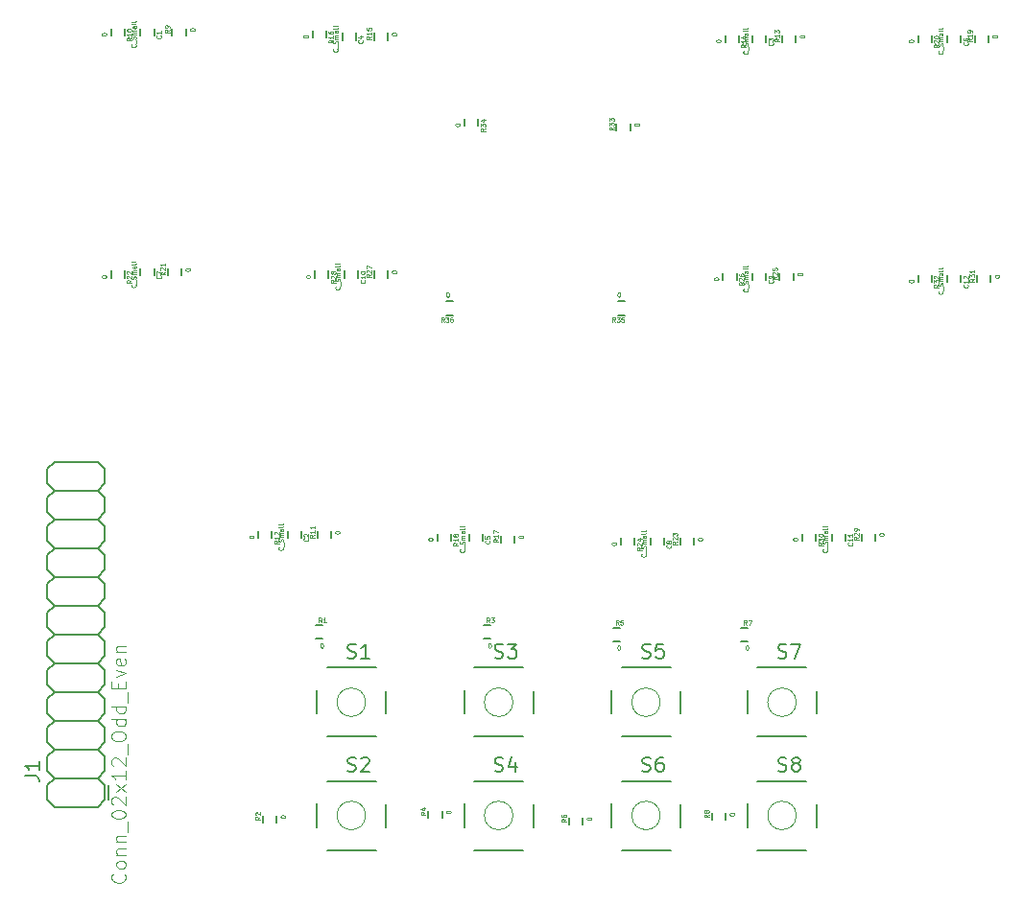
<source format=gbr>
G04 #@! TF.GenerationSoftware,KiCad,Pcbnew,5.0.2-bee76a0~70~ubuntu18.04.1*
G04 #@! TF.CreationDate,2019-12-02T21:24:14-05:00*
G04 #@! TF.ProjectId,control,636f6e74-726f-46c2-9e6b-696361645f70,rev?*
G04 #@! TF.SameCoordinates,Original*
G04 #@! TF.FileFunction,Legend,Bot*
G04 #@! TF.FilePolarity,Positive*
%FSLAX46Y46*%
G04 Gerber Fmt 4.6, Leading zero omitted, Abs format (unit mm)*
G04 Created by KiCad (PCBNEW 5.0.2-bee76a0~70~ubuntu18.04.1) date Mon 02 Dec 2019 09:24:14 PM EST*
%MOMM*%
%LPD*%
G01*
G04 APERTURE LIST*
%ADD10C,0.152400*%
%ADD11C,0.203200*%
%ADD12C,0.101600*%
%ADD13C,0.025400*%
%ADD14C,0.127000*%
G04 APERTURE END LIST*
D10*
G04 #@! TO.C,C1*
X13399440Y-19500280D02*
X13399440Y-20099720D01*
X12200560Y-19500280D02*
X12200560Y-20099720D01*
G04 #@! TO.C,C2*
X25200560Y-63900280D02*
X25200560Y-64499720D01*
X26399440Y-63900280D02*
X26399440Y-64499720D01*
G04 #@! TO.C,C3*
X67399440Y-20100280D02*
X67399440Y-20699720D01*
X66200560Y-20100280D02*
X66200560Y-20699720D01*
G04 #@! TO.C,C4*
X30000560Y-19900280D02*
X30000560Y-20499720D01*
X31199440Y-19900280D02*
X31199440Y-20499720D01*
G04 #@! TO.C,C5*
X42399440Y-64100280D02*
X42399440Y-64699720D01*
X41200560Y-64100280D02*
X41200560Y-64699720D01*
G04 #@! TO.C,C6*
X83400560Y-20100280D02*
X83400560Y-20699720D01*
X84599440Y-20100280D02*
X84599440Y-20699720D01*
G04 #@! TO.C,C7*
X13399440Y-40700280D02*
X13399440Y-41299720D01*
X12200560Y-40700280D02*
X12200560Y-41299720D01*
G04 #@! TO.C,C8*
X57200560Y-64500280D02*
X57200560Y-65099720D01*
X58399440Y-64500280D02*
X58399440Y-65099720D01*
G04 #@! TO.C,C9*
X66200560Y-41100280D02*
X66200560Y-41699720D01*
X67399440Y-41100280D02*
X67399440Y-41699720D01*
G04 #@! TO.C,C10*
X30200560Y-40900280D02*
X30200560Y-41499720D01*
X31399440Y-40900280D02*
X31399440Y-41499720D01*
G04 #@! TO.C,C11*
X73200560Y-64100280D02*
X73200560Y-64699720D01*
X74399440Y-64100280D02*
X74399440Y-64699720D01*
G04 #@! TO.C,C12*
X84599440Y-41300280D02*
X84599440Y-41899720D01*
X83400560Y-41300280D02*
X83400560Y-41899720D01*
D11*
G04 #@! TO.C,J1*
X8435000Y-88270000D02*
X9070000Y-87635000D01*
X9070000Y-86365000D02*
X8435000Y-85730000D01*
X8435000Y-85730000D02*
X9070000Y-85095000D01*
X9070000Y-83825000D02*
X8435000Y-83190000D01*
X8435000Y-83190000D02*
X9070000Y-82555000D01*
X9070000Y-81285000D02*
X8435000Y-80650000D01*
X8435000Y-88270000D02*
X4625000Y-88270000D01*
X4625000Y-88270000D02*
X3990000Y-87635000D01*
X3990000Y-87635000D02*
X3990000Y-86365000D01*
X3990000Y-86365000D02*
X4625000Y-85730000D01*
X4625000Y-85730000D02*
X3990000Y-85095000D01*
X3990000Y-85095000D02*
X3990000Y-83825000D01*
X3990000Y-83825000D02*
X4625000Y-83190000D01*
X4625000Y-83190000D02*
X3990000Y-82555000D01*
X3990000Y-82555000D02*
X3990000Y-81285000D01*
X3990000Y-81285000D02*
X4625000Y-80650000D01*
X4625000Y-85730000D02*
X8435000Y-85730000D01*
X4625000Y-83190000D02*
X8435000Y-83190000D01*
X4625000Y-80650000D02*
X8435000Y-80650000D01*
X9070000Y-82555000D02*
X9070000Y-81285000D01*
X9070000Y-85095000D02*
X9070000Y-83825000D01*
X9070000Y-87635000D02*
X9070000Y-86365000D01*
X9402740Y-86365000D02*
X9402740Y-87635000D01*
X8435000Y-80650000D02*
X9070000Y-80015000D01*
X9070000Y-78745000D02*
X8435000Y-78110000D01*
X8435000Y-78110000D02*
X9070000Y-77475000D01*
X9070000Y-76205000D02*
X8435000Y-75570000D01*
X8435000Y-75570000D02*
X9070000Y-74935000D01*
X9070000Y-73665000D02*
X8435000Y-73030000D01*
X8435000Y-80650000D02*
X4625000Y-80650000D01*
X4625000Y-80650000D02*
X3990000Y-80015000D01*
X3990000Y-80015000D02*
X3990000Y-78745000D01*
X3990000Y-78745000D02*
X4625000Y-78110000D01*
X4625000Y-78110000D02*
X3990000Y-77475000D01*
X3990000Y-77475000D02*
X3990000Y-76205000D01*
X3990000Y-76205000D02*
X4625000Y-75570000D01*
X4625000Y-75570000D02*
X3990000Y-74935000D01*
X3990000Y-74935000D02*
X3990000Y-73665000D01*
X3990000Y-73665000D02*
X4625000Y-73030000D01*
X4625000Y-78110000D02*
X8435000Y-78110000D01*
X4625000Y-75570000D02*
X8435000Y-75570000D01*
X4625000Y-73030000D02*
X8435000Y-73030000D01*
X9070000Y-74935000D02*
X9070000Y-73665000D01*
X9070000Y-77475000D02*
X9070000Y-76205000D01*
X9070000Y-80015000D02*
X9070000Y-78745000D01*
X8435000Y-73030000D02*
X9070000Y-72395000D01*
X9070000Y-71125000D02*
X8435000Y-70490000D01*
X8435000Y-70490000D02*
X9070000Y-69855000D01*
X9070000Y-68585000D02*
X8435000Y-67950000D01*
X8435000Y-67950000D02*
X9070000Y-67315000D01*
X9070000Y-66045000D02*
X8435000Y-65410000D01*
X8435000Y-73030000D02*
X4625000Y-73030000D01*
X4625000Y-73030000D02*
X3990000Y-72395000D01*
X3990000Y-72395000D02*
X3990000Y-71125000D01*
X3990000Y-71125000D02*
X4625000Y-70490000D01*
X4625000Y-70490000D02*
X3990000Y-69855000D01*
X3990000Y-69855000D02*
X3990000Y-68585000D01*
X3990000Y-68585000D02*
X4625000Y-67950000D01*
X4625000Y-67950000D02*
X3990000Y-67315000D01*
X3990000Y-67315000D02*
X3990000Y-66045000D01*
X3990000Y-66045000D02*
X4625000Y-65410000D01*
X4625000Y-70490000D02*
X8435000Y-70490000D01*
X4625000Y-67950000D02*
X8435000Y-67950000D01*
X4625000Y-65410000D02*
X8435000Y-65410000D01*
X9070000Y-67315000D02*
X9070000Y-66045000D01*
X9070000Y-69855000D02*
X9070000Y-68585000D01*
X9070000Y-72395000D02*
X9070000Y-71125000D01*
X8435000Y-65410000D02*
X9070000Y-64775000D01*
X9070000Y-63505000D02*
X8435000Y-62870000D01*
X8435000Y-62870000D02*
X9070000Y-62235000D01*
X9070000Y-60965000D02*
X8435000Y-60330000D01*
X8435000Y-60330000D02*
X9070000Y-59695000D01*
X9070000Y-58425000D02*
X8435000Y-57790000D01*
X8435000Y-65410000D02*
X4625000Y-65410000D01*
X4625000Y-65410000D02*
X3990000Y-64775000D01*
X3990000Y-64775000D02*
X3990000Y-63505000D01*
X3990000Y-63505000D02*
X4625000Y-62870000D01*
X4625000Y-62870000D02*
X3990000Y-62235000D01*
X3990000Y-62235000D02*
X3990000Y-60965000D01*
X3990000Y-60965000D02*
X4625000Y-60330000D01*
X4625000Y-60330000D02*
X3990000Y-59695000D01*
X3990000Y-59695000D02*
X3990000Y-58425000D01*
X3990000Y-58425000D02*
X4625000Y-57790000D01*
X4625000Y-62870000D02*
X8435000Y-62870000D01*
X4625000Y-60330000D02*
X8435000Y-60330000D01*
X4625000Y-57790000D02*
X8435000Y-57790000D01*
X9070000Y-59695000D02*
X9070000Y-58425000D01*
X9070000Y-62235000D02*
X9070000Y-60965000D01*
X9070000Y-64775000D02*
X9070000Y-63505000D01*
D10*
G04 #@! TO.C,R1*
X27700280Y-72200560D02*
X28299720Y-72200560D01*
X27700280Y-73399440D02*
X28299720Y-73399440D01*
G04 #@! TO.C,R2*
X23000560Y-89600560D02*
X23000560Y-89001120D01*
X24199440Y-89600560D02*
X24199440Y-89001120D01*
G04 #@! TO.C,R3*
X42500280Y-73399440D02*
X43099720Y-73399440D01*
X42500280Y-72200560D02*
X43099720Y-72200560D01*
G04 #@! TO.C,R4*
X38799440Y-89200560D02*
X38799440Y-88601120D01*
X37600560Y-89200560D02*
X37600560Y-88601120D01*
G04 #@! TO.C,R5*
X53900280Y-72400560D02*
X54499720Y-72400560D01*
X53900280Y-73599440D02*
X54499720Y-73599440D01*
G04 #@! TO.C,R6*
X50000560Y-89800560D02*
X50000560Y-89201120D01*
X51199440Y-89800560D02*
X51199440Y-89201120D01*
G04 #@! TO.C,R7*
X65201120Y-73599440D02*
X65800560Y-73599440D01*
X65201120Y-72400560D02*
X65800560Y-72400560D01*
G04 #@! TO.C,R8*
X63799440Y-89400560D02*
X63799440Y-88801120D01*
X62600560Y-89400560D02*
X62600560Y-88801120D01*
G04 #@! TO.C,R9*
X15000560Y-20099720D02*
X15000560Y-19500280D01*
X16199440Y-20099720D02*
X16199440Y-19500280D01*
G04 #@! TO.C,R10*
X9600560Y-19500280D02*
X9600560Y-20099720D01*
X10799440Y-19500280D02*
X10799440Y-20099720D01*
G04 #@! TO.C,R11*
X27800560Y-64499720D02*
X27800560Y-63900280D01*
X28999440Y-64499720D02*
X28999440Y-63900280D01*
G04 #@! TO.C,R12*
X22600560Y-63900280D02*
X22600560Y-64499720D01*
X23799440Y-63900280D02*
X23799440Y-64499720D01*
G04 #@! TO.C,R13*
X68800560Y-20699720D02*
X68800560Y-20100280D01*
X69999440Y-20699720D02*
X69999440Y-20100280D01*
G04 #@! TO.C,R14*
X64999440Y-20100280D02*
X64999440Y-20699720D01*
X63800560Y-20100280D02*
X63800560Y-20699720D01*
G04 #@! TO.C,R15*
X33999440Y-20499720D02*
X33999440Y-19900280D01*
X32800560Y-20499720D02*
X32800560Y-19900280D01*
G04 #@! TO.C,R16*
X28599440Y-19700280D02*
X28599440Y-20299720D01*
X27400560Y-19700280D02*
X27400560Y-20299720D01*
G04 #@! TO.C,R17*
X45199440Y-64899720D02*
X45199440Y-64300280D01*
X44000560Y-64899720D02*
X44000560Y-64300280D01*
G04 #@! TO.C,R18*
X39599440Y-64100280D02*
X39599440Y-64699720D01*
X38400560Y-64100280D02*
X38400560Y-64699720D01*
G04 #@! TO.C,R19*
X86999440Y-20699720D02*
X86999440Y-20100280D01*
X85800560Y-20699720D02*
X85800560Y-20100280D01*
G04 #@! TO.C,R20*
X81999440Y-20100280D02*
X81999440Y-20699720D01*
X80800560Y-20100280D02*
X80800560Y-20699720D01*
G04 #@! TO.C,R21*
X15799440Y-41299720D02*
X15799440Y-40700280D01*
X14600560Y-41299720D02*
X14600560Y-40700280D01*
G04 #@! TO.C,R22*
X9600560Y-40900280D02*
X9600560Y-41499720D01*
X10799440Y-40900280D02*
X10799440Y-41499720D01*
G04 #@! TO.C,R23*
X59800560Y-65099720D02*
X59800560Y-64500280D01*
X60999440Y-65099720D02*
X60999440Y-64500280D01*
G04 #@! TO.C,R24*
X54600560Y-64500280D02*
X54600560Y-65099720D01*
X55799440Y-64500280D02*
X55799440Y-65099720D01*
G04 #@! TO.C,R25*
X68600560Y-41699720D02*
X68600560Y-41100280D01*
X69799440Y-41699720D02*
X69799440Y-41100280D01*
G04 #@! TO.C,R26*
X63600560Y-41100280D02*
X63600560Y-41699720D01*
X64799440Y-41100280D02*
X64799440Y-41699720D01*
G04 #@! TO.C,R27*
X33999440Y-41499720D02*
X33999440Y-40900280D01*
X32800560Y-41499720D02*
X32800560Y-40900280D01*
G04 #@! TO.C,R28*
X28799440Y-40900280D02*
X28799440Y-41499720D01*
X27600560Y-40900280D02*
X27600560Y-41499720D01*
G04 #@! TO.C,R29*
X75800560Y-64699720D02*
X75800560Y-64100280D01*
X76999440Y-64699720D02*
X76999440Y-64100280D01*
G04 #@! TO.C,R30*
X71799440Y-64100280D02*
X71799440Y-64699720D01*
X70600560Y-64100280D02*
X70600560Y-64699720D01*
G04 #@! TO.C,R31*
X86000560Y-41899720D02*
X86000560Y-41300280D01*
X87199440Y-41899720D02*
X87199440Y-41300280D01*
G04 #@! TO.C,R32*
X80800560Y-41300280D02*
X80800560Y-41899720D01*
X81999440Y-41300280D02*
X81999440Y-41899720D01*
D12*
G04 #@! TO.C,S1*
X32057236Y-79000000D02*
G75*
G03X32057236Y-79000000I-1257236J0D01*
G01*
D11*
X27752000Y-77973840D02*
X27752000Y-80016000D01*
X33848000Y-78004320D02*
X33848000Y-80016000D01*
X28641000Y-82048000D02*
X32959000Y-82048000D01*
X32959000Y-75952000D02*
X28641000Y-75952000D01*
G04 #@! TO.C,S2*
X32959000Y-85952000D02*
X28641000Y-85952000D01*
X28641000Y-92048000D02*
X32959000Y-92048000D01*
X33848000Y-88004320D02*
X33848000Y-90016000D01*
X27752000Y-87973840D02*
X27752000Y-90016000D01*
D12*
X32057236Y-89000000D02*
G75*
G03X32057236Y-89000000I-1257236J0D01*
G01*
D11*
G04 #@! TO.C,S3*
X45959000Y-75952000D02*
X41641000Y-75952000D01*
X41641000Y-82048000D02*
X45959000Y-82048000D01*
X46848000Y-78004320D02*
X46848000Y-80016000D01*
X40752000Y-77973840D02*
X40752000Y-80016000D01*
D12*
X45057236Y-79000000D02*
G75*
G03X45057236Y-79000000I-1257236J0D01*
G01*
G04 #@! TO.C,S4*
X45057236Y-89000000D02*
G75*
G03X45057236Y-89000000I-1257236J0D01*
G01*
D11*
X40752000Y-87973840D02*
X40752000Y-90016000D01*
X46848000Y-88004320D02*
X46848000Y-90016000D01*
X41641000Y-92048000D02*
X45959000Y-92048000D01*
X45959000Y-85952000D02*
X41641000Y-85952000D01*
D12*
G04 #@! TO.C,S5*
X58057236Y-79000000D02*
G75*
G03X58057236Y-79000000I-1257236J0D01*
G01*
D11*
X53752000Y-77973840D02*
X53752000Y-80016000D01*
X59848000Y-78004320D02*
X59848000Y-80016000D01*
X54641000Y-82048000D02*
X58959000Y-82048000D01*
X58959000Y-75952000D02*
X54641000Y-75952000D01*
G04 #@! TO.C,S6*
X58959000Y-85952000D02*
X54641000Y-85952000D01*
X54641000Y-92048000D02*
X58959000Y-92048000D01*
X59848000Y-88004320D02*
X59848000Y-90016000D01*
X53752000Y-87973840D02*
X53752000Y-90016000D01*
D12*
X58057236Y-89000000D02*
G75*
G03X58057236Y-89000000I-1257236J0D01*
G01*
D11*
G04 #@! TO.C,S7*
X70959000Y-75952000D02*
X66641000Y-75952000D01*
X66641000Y-82048000D02*
X70959000Y-82048000D01*
X71848000Y-78004320D02*
X71848000Y-80016000D01*
X65752000Y-77973840D02*
X65752000Y-80016000D01*
D12*
X70057236Y-79000000D02*
G75*
G03X70057236Y-79000000I-1257236J0D01*
G01*
G04 #@! TO.C,S8*
X70057236Y-89000000D02*
G75*
G03X70057236Y-89000000I-1257236J0D01*
G01*
D11*
X65752000Y-87973840D02*
X65752000Y-90016000D01*
X71848000Y-88004320D02*
X71848000Y-90016000D01*
X66641000Y-92048000D02*
X70959000Y-92048000D01*
X70959000Y-85952000D02*
X66641000Y-85952000D01*
D10*
G04 #@! TO.C,R33*
X55399440Y-28499720D02*
X55399440Y-27900280D01*
X54200560Y-28499720D02*
X54200560Y-27900280D01*
G04 #@! TO.C,R34*
X41999440Y-27500280D02*
X41999440Y-28099720D01*
X40800560Y-27500280D02*
X40800560Y-28099720D01*
G04 #@! TO.C,R35*
X54899720Y-44799440D02*
X54300280Y-44799440D01*
X54899720Y-43600560D02*
X54300280Y-43600560D01*
G04 #@! TO.C,R36*
X39800560Y-43600560D02*
X39201120Y-43600560D01*
X39800560Y-44799440D02*
X39201120Y-44799440D01*
G04 #@! TO.C,C1*
D13*
X13973842Y-20121733D02*
X13993195Y-20141085D01*
X14012547Y-20199142D01*
X14012547Y-20237847D01*
X13993195Y-20295904D01*
X13954490Y-20334609D01*
X13915785Y-20353961D01*
X13838376Y-20373314D01*
X13780319Y-20373314D01*
X13702909Y-20353961D01*
X13664204Y-20334609D01*
X13625500Y-20295904D01*
X13606147Y-20237847D01*
X13606147Y-20199142D01*
X13625500Y-20141085D01*
X13644852Y-20121733D01*
X14012547Y-19734685D02*
X14012547Y-19966914D01*
X14012547Y-19850800D02*
X13606147Y-19850800D01*
X13664204Y-19889504D01*
X13702909Y-19928209D01*
X13722261Y-19966914D01*
X11751342Y-20893409D02*
X11770695Y-20912761D01*
X11790047Y-20970819D01*
X11790047Y-21009523D01*
X11770695Y-21067580D01*
X11731990Y-21106285D01*
X11693285Y-21125638D01*
X11615876Y-21144990D01*
X11557819Y-21144990D01*
X11480409Y-21125638D01*
X11441704Y-21106285D01*
X11403000Y-21067580D01*
X11383647Y-21009523D01*
X11383647Y-20970819D01*
X11403000Y-20912761D01*
X11422352Y-20893409D01*
X11828752Y-20816000D02*
X11828752Y-20506361D01*
X11770695Y-20428952D02*
X11790047Y-20370895D01*
X11790047Y-20274133D01*
X11770695Y-20235428D01*
X11751342Y-20216076D01*
X11712638Y-20196723D01*
X11673933Y-20196723D01*
X11635228Y-20216076D01*
X11615876Y-20235428D01*
X11596523Y-20274133D01*
X11577171Y-20351542D01*
X11557819Y-20390247D01*
X11538466Y-20409600D01*
X11499761Y-20428952D01*
X11461057Y-20428952D01*
X11422352Y-20409600D01*
X11403000Y-20390247D01*
X11383647Y-20351542D01*
X11383647Y-20254780D01*
X11403000Y-20196723D01*
X11790047Y-20022552D02*
X11519114Y-20022552D01*
X11557819Y-20022552D02*
X11538466Y-20003200D01*
X11519114Y-19964495D01*
X11519114Y-19906438D01*
X11538466Y-19867733D01*
X11577171Y-19848380D01*
X11790047Y-19848380D01*
X11577171Y-19848380D02*
X11538466Y-19829028D01*
X11519114Y-19790323D01*
X11519114Y-19732266D01*
X11538466Y-19693561D01*
X11577171Y-19674209D01*
X11790047Y-19674209D01*
X11790047Y-19306514D02*
X11577171Y-19306514D01*
X11538466Y-19325866D01*
X11519114Y-19364571D01*
X11519114Y-19441980D01*
X11538466Y-19480685D01*
X11770695Y-19306514D02*
X11790047Y-19345219D01*
X11790047Y-19441980D01*
X11770695Y-19480685D01*
X11731990Y-19500038D01*
X11693285Y-19500038D01*
X11654580Y-19480685D01*
X11635228Y-19441980D01*
X11635228Y-19345219D01*
X11615876Y-19306514D01*
X11790047Y-19054933D02*
X11770695Y-19093638D01*
X11731990Y-19112990D01*
X11383647Y-19112990D01*
X11790047Y-18842057D02*
X11770695Y-18880761D01*
X11731990Y-18900114D01*
X11383647Y-18900114D01*
G04 #@! TO.C,C2*
X26973842Y-64521733D02*
X26993195Y-64541085D01*
X27012547Y-64599142D01*
X27012547Y-64637847D01*
X26993195Y-64695904D01*
X26954490Y-64734609D01*
X26915785Y-64753961D01*
X26838376Y-64773314D01*
X26780319Y-64773314D01*
X26702909Y-64753961D01*
X26664204Y-64734609D01*
X26625500Y-64695904D01*
X26606147Y-64637847D01*
X26606147Y-64599142D01*
X26625500Y-64541085D01*
X26644852Y-64521733D01*
X26644852Y-64366914D02*
X26625500Y-64347561D01*
X26606147Y-64308857D01*
X26606147Y-64212095D01*
X26625500Y-64173390D01*
X26644852Y-64154038D01*
X26683557Y-64134685D01*
X26722261Y-64134685D01*
X26780319Y-64154038D01*
X27012547Y-64386266D01*
X27012547Y-64134685D01*
X24751342Y-65293409D02*
X24770695Y-65312761D01*
X24790047Y-65370819D01*
X24790047Y-65409523D01*
X24770695Y-65467580D01*
X24731990Y-65506285D01*
X24693285Y-65525638D01*
X24615876Y-65544990D01*
X24557819Y-65544990D01*
X24480409Y-65525638D01*
X24441704Y-65506285D01*
X24403000Y-65467580D01*
X24383647Y-65409523D01*
X24383647Y-65370819D01*
X24403000Y-65312761D01*
X24422352Y-65293409D01*
X24828752Y-65216000D02*
X24828752Y-64906361D01*
X24770695Y-64828952D02*
X24790047Y-64770895D01*
X24790047Y-64674133D01*
X24770695Y-64635428D01*
X24751342Y-64616076D01*
X24712638Y-64596723D01*
X24673933Y-64596723D01*
X24635228Y-64616076D01*
X24615876Y-64635428D01*
X24596523Y-64674133D01*
X24577171Y-64751542D01*
X24557819Y-64790247D01*
X24538466Y-64809600D01*
X24499761Y-64828952D01*
X24461057Y-64828952D01*
X24422352Y-64809600D01*
X24403000Y-64790247D01*
X24383647Y-64751542D01*
X24383647Y-64654780D01*
X24403000Y-64596723D01*
X24790047Y-64422552D02*
X24519114Y-64422552D01*
X24557819Y-64422552D02*
X24538466Y-64403200D01*
X24519114Y-64364495D01*
X24519114Y-64306438D01*
X24538466Y-64267733D01*
X24577171Y-64248380D01*
X24790047Y-64248380D01*
X24577171Y-64248380D02*
X24538466Y-64229028D01*
X24519114Y-64190323D01*
X24519114Y-64132266D01*
X24538466Y-64093561D01*
X24577171Y-64074209D01*
X24790047Y-64074209D01*
X24790047Y-63706514D02*
X24577171Y-63706514D01*
X24538466Y-63725866D01*
X24519114Y-63764571D01*
X24519114Y-63841980D01*
X24538466Y-63880685D01*
X24770695Y-63706514D02*
X24790047Y-63745219D01*
X24790047Y-63841980D01*
X24770695Y-63880685D01*
X24731990Y-63900038D01*
X24693285Y-63900038D01*
X24654580Y-63880685D01*
X24635228Y-63841980D01*
X24635228Y-63745219D01*
X24615876Y-63706514D01*
X24790047Y-63454933D02*
X24770695Y-63493638D01*
X24731990Y-63512990D01*
X24383647Y-63512990D01*
X24790047Y-63242057D02*
X24770695Y-63280761D01*
X24731990Y-63300114D01*
X24383647Y-63300114D01*
G04 #@! TO.C,C3*
X67973842Y-20721733D02*
X67993195Y-20741085D01*
X68012547Y-20799142D01*
X68012547Y-20837847D01*
X67993195Y-20895904D01*
X67954490Y-20934609D01*
X67915785Y-20953961D01*
X67838376Y-20973314D01*
X67780319Y-20973314D01*
X67702909Y-20953961D01*
X67664204Y-20934609D01*
X67625500Y-20895904D01*
X67606147Y-20837847D01*
X67606147Y-20799142D01*
X67625500Y-20741085D01*
X67644852Y-20721733D01*
X67606147Y-20586266D02*
X67606147Y-20334685D01*
X67760966Y-20470152D01*
X67760966Y-20412095D01*
X67780319Y-20373390D01*
X67799671Y-20354038D01*
X67838376Y-20334685D01*
X67935138Y-20334685D01*
X67973842Y-20354038D01*
X67993195Y-20373390D01*
X68012547Y-20412095D01*
X68012547Y-20528209D01*
X67993195Y-20566914D01*
X67973842Y-20586266D01*
X65751342Y-21493409D02*
X65770695Y-21512761D01*
X65790047Y-21570819D01*
X65790047Y-21609523D01*
X65770695Y-21667580D01*
X65731990Y-21706285D01*
X65693285Y-21725638D01*
X65615876Y-21744990D01*
X65557819Y-21744990D01*
X65480409Y-21725638D01*
X65441704Y-21706285D01*
X65403000Y-21667580D01*
X65383647Y-21609523D01*
X65383647Y-21570819D01*
X65403000Y-21512761D01*
X65422352Y-21493409D01*
X65828752Y-21416000D02*
X65828752Y-21106361D01*
X65770695Y-21028952D02*
X65790047Y-20970895D01*
X65790047Y-20874133D01*
X65770695Y-20835428D01*
X65751342Y-20816076D01*
X65712638Y-20796723D01*
X65673933Y-20796723D01*
X65635228Y-20816076D01*
X65615876Y-20835428D01*
X65596523Y-20874133D01*
X65577171Y-20951542D01*
X65557819Y-20990247D01*
X65538466Y-21009600D01*
X65499761Y-21028952D01*
X65461057Y-21028952D01*
X65422352Y-21009600D01*
X65403000Y-20990247D01*
X65383647Y-20951542D01*
X65383647Y-20854780D01*
X65403000Y-20796723D01*
X65790047Y-20622552D02*
X65519114Y-20622552D01*
X65557819Y-20622552D02*
X65538466Y-20603200D01*
X65519114Y-20564495D01*
X65519114Y-20506438D01*
X65538466Y-20467733D01*
X65577171Y-20448380D01*
X65790047Y-20448380D01*
X65577171Y-20448380D02*
X65538466Y-20429028D01*
X65519114Y-20390323D01*
X65519114Y-20332266D01*
X65538466Y-20293561D01*
X65577171Y-20274209D01*
X65790047Y-20274209D01*
X65790047Y-19906514D02*
X65577171Y-19906514D01*
X65538466Y-19925866D01*
X65519114Y-19964571D01*
X65519114Y-20041980D01*
X65538466Y-20080685D01*
X65770695Y-19906514D02*
X65790047Y-19945219D01*
X65790047Y-20041980D01*
X65770695Y-20080685D01*
X65731990Y-20100038D01*
X65693285Y-20100038D01*
X65654580Y-20080685D01*
X65635228Y-20041980D01*
X65635228Y-19945219D01*
X65615876Y-19906514D01*
X65790047Y-19654933D02*
X65770695Y-19693638D01*
X65731990Y-19712990D01*
X65383647Y-19712990D01*
X65790047Y-19442057D02*
X65770695Y-19480761D01*
X65731990Y-19500114D01*
X65383647Y-19500114D01*
G04 #@! TO.C,C4*
X31773842Y-20521733D02*
X31793195Y-20541085D01*
X31812547Y-20599142D01*
X31812547Y-20637847D01*
X31793195Y-20695904D01*
X31754490Y-20734609D01*
X31715785Y-20753961D01*
X31638376Y-20773314D01*
X31580319Y-20773314D01*
X31502909Y-20753961D01*
X31464204Y-20734609D01*
X31425500Y-20695904D01*
X31406147Y-20637847D01*
X31406147Y-20599142D01*
X31425500Y-20541085D01*
X31444852Y-20521733D01*
X31541614Y-20173390D02*
X31812547Y-20173390D01*
X31386795Y-20270152D02*
X31677080Y-20366914D01*
X31677080Y-20115333D01*
X29551342Y-21293409D02*
X29570695Y-21312761D01*
X29590047Y-21370819D01*
X29590047Y-21409523D01*
X29570695Y-21467580D01*
X29531990Y-21506285D01*
X29493285Y-21525638D01*
X29415876Y-21544990D01*
X29357819Y-21544990D01*
X29280409Y-21525638D01*
X29241704Y-21506285D01*
X29203000Y-21467580D01*
X29183647Y-21409523D01*
X29183647Y-21370819D01*
X29203000Y-21312761D01*
X29222352Y-21293409D01*
X29628752Y-21216000D02*
X29628752Y-20906361D01*
X29570695Y-20828952D02*
X29590047Y-20770895D01*
X29590047Y-20674133D01*
X29570695Y-20635428D01*
X29551342Y-20616076D01*
X29512638Y-20596723D01*
X29473933Y-20596723D01*
X29435228Y-20616076D01*
X29415876Y-20635428D01*
X29396523Y-20674133D01*
X29377171Y-20751542D01*
X29357819Y-20790247D01*
X29338466Y-20809600D01*
X29299761Y-20828952D01*
X29261057Y-20828952D01*
X29222352Y-20809600D01*
X29203000Y-20790247D01*
X29183647Y-20751542D01*
X29183647Y-20654780D01*
X29203000Y-20596723D01*
X29590047Y-20422552D02*
X29319114Y-20422552D01*
X29357819Y-20422552D02*
X29338466Y-20403200D01*
X29319114Y-20364495D01*
X29319114Y-20306438D01*
X29338466Y-20267733D01*
X29377171Y-20248380D01*
X29590047Y-20248380D01*
X29377171Y-20248380D02*
X29338466Y-20229028D01*
X29319114Y-20190323D01*
X29319114Y-20132266D01*
X29338466Y-20093561D01*
X29377171Y-20074209D01*
X29590047Y-20074209D01*
X29590047Y-19706514D02*
X29377171Y-19706514D01*
X29338466Y-19725866D01*
X29319114Y-19764571D01*
X29319114Y-19841980D01*
X29338466Y-19880685D01*
X29570695Y-19706514D02*
X29590047Y-19745219D01*
X29590047Y-19841980D01*
X29570695Y-19880685D01*
X29531990Y-19900038D01*
X29493285Y-19900038D01*
X29454580Y-19880685D01*
X29435228Y-19841980D01*
X29435228Y-19745219D01*
X29415876Y-19706514D01*
X29590047Y-19454933D02*
X29570695Y-19493638D01*
X29531990Y-19512990D01*
X29183647Y-19512990D01*
X29590047Y-19242057D02*
X29570695Y-19280761D01*
X29531990Y-19300114D01*
X29183647Y-19300114D01*
G04 #@! TO.C,C5*
X42973842Y-64721733D02*
X42993195Y-64741085D01*
X43012547Y-64799142D01*
X43012547Y-64837847D01*
X42993195Y-64895904D01*
X42954490Y-64934609D01*
X42915785Y-64953961D01*
X42838376Y-64973314D01*
X42780319Y-64973314D01*
X42702909Y-64953961D01*
X42664204Y-64934609D01*
X42625500Y-64895904D01*
X42606147Y-64837847D01*
X42606147Y-64799142D01*
X42625500Y-64741085D01*
X42644852Y-64721733D01*
X42606147Y-64354038D02*
X42606147Y-64547561D01*
X42799671Y-64566914D01*
X42780319Y-64547561D01*
X42760966Y-64508857D01*
X42760966Y-64412095D01*
X42780319Y-64373390D01*
X42799671Y-64354038D01*
X42838376Y-64334685D01*
X42935138Y-64334685D01*
X42973842Y-64354038D01*
X42993195Y-64373390D01*
X43012547Y-64412095D01*
X43012547Y-64508857D01*
X42993195Y-64547561D01*
X42973842Y-64566914D01*
X40751342Y-65493409D02*
X40770695Y-65512761D01*
X40790047Y-65570819D01*
X40790047Y-65609523D01*
X40770695Y-65667580D01*
X40731990Y-65706285D01*
X40693285Y-65725638D01*
X40615876Y-65744990D01*
X40557819Y-65744990D01*
X40480409Y-65725638D01*
X40441704Y-65706285D01*
X40403000Y-65667580D01*
X40383647Y-65609523D01*
X40383647Y-65570819D01*
X40403000Y-65512761D01*
X40422352Y-65493409D01*
X40828752Y-65416000D02*
X40828752Y-65106361D01*
X40770695Y-65028952D02*
X40790047Y-64970895D01*
X40790047Y-64874133D01*
X40770695Y-64835428D01*
X40751342Y-64816076D01*
X40712638Y-64796723D01*
X40673933Y-64796723D01*
X40635228Y-64816076D01*
X40615876Y-64835428D01*
X40596523Y-64874133D01*
X40577171Y-64951542D01*
X40557819Y-64990247D01*
X40538466Y-65009600D01*
X40499761Y-65028952D01*
X40461057Y-65028952D01*
X40422352Y-65009600D01*
X40403000Y-64990247D01*
X40383647Y-64951542D01*
X40383647Y-64854780D01*
X40403000Y-64796723D01*
X40790047Y-64622552D02*
X40519114Y-64622552D01*
X40557819Y-64622552D02*
X40538466Y-64603200D01*
X40519114Y-64564495D01*
X40519114Y-64506438D01*
X40538466Y-64467733D01*
X40577171Y-64448380D01*
X40790047Y-64448380D01*
X40577171Y-64448380D02*
X40538466Y-64429028D01*
X40519114Y-64390323D01*
X40519114Y-64332266D01*
X40538466Y-64293561D01*
X40577171Y-64274209D01*
X40790047Y-64274209D01*
X40790047Y-63906514D02*
X40577171Y-63906514D01*
X40538466Y-63925866D01*
X40519114Y-63964571D01*
X40519114Y-64041980D01*
X40538466Y-64080685D01*
X40770695Y-63906514D02*
X40790047Y-63945219D01*
X40790047Y-64041980D01*
X40770695Y-64080685D01*
X40731990Y-64100038D01*
X40693285Y-64100038D01*
X40654580Y-64080685D01*
X40635228Y-64041980D01*
X40635228Y-63945219D01*
X40615876Y-63906514D01*
X40790047Y-63654933D02*
X40770695Y-63693638D01*
X40731990Y-63712990D01*
X40383647Y-63712990D01*
X40790047Y-63442057D02*
X40770695Y-63480761D01*
X40731990Y-63500114D01*
X40383647Y-63500114D01*
G04 #@! TO.C,C6*
X85173842Y-20721733D02*
X85193195Y-20741085D01*
X85212547Y-20799142D01*
X85212547Y-20837847D01*
X85193195Y-20895904D01*
X85154490Y-20934609D01*
X85115785Y-20953961D01*
X85038376Y-20973314D01*
X84980319Y-20973314D01*
X84902909Y-20953961D01*
X84864204Y-20934609D01*
X84825500Y-20895904D01*
X84806147Y-20837847D01*
X84806147Y-20799142D01*
X84825500Y-20741085D01*
X84844852Y-20721733D01*
X84806147Y-20373390D02*
X84806147Y-20450800D01*
X84825500Y-20489504D01*
X84844852Y-20508857D01*
X84902909Y-20547561D01*
X84980319Y-20566914D01*
X85135138Y-20566914D01*
X85173842Y-20547561D01*
X85193195Y-20528209D01*
X85212547Y-20489504D01*
X85212547Y-20412095D01*
X85193195Y-20373390D01*
X85173842Y-20354038D01*
X85135138Y-20334685D01*
X85038376Y-20334685D01*
X84999671Y-20354038D01*
X84980319Y-20373390D01*
X84960966Y-20412095D01*
X84960966Y-20489504D01*
X84980319Y-20528209D01*
X84999671Y-20547561D01*
X85038376Y-20566914D01*
X82951342Y-21493409D02*
X82970695Y-21512761D01*
X82990047Y-21570819D01*
X82990047Y-21609523D01*
X82970695Y-21667580D01*
X82931990Y-21706285D01*
X82893285Y-21725638D01*
X82815876Y-21744990D01*
X82757819Y-21744990D01*
X82680409Y-21725638D01*
X82641704Y-21706285D01*
X82603000Y-21667580D01*
X82583647Y-21609523D01*
X82583647Y-21570819D01*
X82603000Y-21512761D01*
X82622352Y-21493409D01*
X83028752Y-21416000D02*
X83028752Y-21106361D01*
X82970695Y-21028952D02*
X82990047Y-20970895D01*
X82990047Y-20874133D01*
X82970695Y-20835428D01*
X82951342Y-20816076D01*
X82912638Y-20796723D01*
X82873933Y-20796723D01*
X82835228Y-20816076D01*
X82815876Y-20835428D01*
X82796523Y-20874133D01*
X82777171Y-20951542D01*
X82757819Y-20990247D01*
X82738466Y-21009600D01*
X82699761Y-21028952D01*
X82661057Y-21028952D01*
X82622352Y-21009600D01*
X82603000Y-20990247D01*
X82583647Y-20951542D01*
X82583647Y-20854780D01*
X82603000Y-20796723D01*
X82990047Y-20622552D02*
X82719114Y-20622552D01*
X82757819Y-20622552D02*
X82738466Y-20603200D01*
X82719114Y-20564495D01*
X82719114Y-20506438D01*
X82738466Y-20467733D01*
X82777171Y-20448380D01*
X82990047Y-20448380D01*
X82777171Y-20448380D02*
X82738466Y-20429028D01*
X82719114Y-20390323D01*
X82719114Y-20332266D01*
X82738466Y-20293561D01*
X82777171Y-20274209D01*
X82990047Y-20274209D01*
X82990047Y-19906514D02*
X82777171Y-19906514D01*
X82738466Y-19925866D01*
X82719114Y-19964571D01*
X82719114Y-20041980D01*
X82738466Y-20080685D01*
X82970695Y-19906514D02*
X82990047Y-19945219D01*
X82990047Y-20041980D01*
X82970695Y-20080685D01*
X82931990Y-20100038D01*
X82893285Y-20100038D01*
X82854580Y-20080685D01*
X82835228Y-20041980D01*
X82835228Y-19945219D01*
X82815876Y-19906514D01*
X82990047Y-19654933D02*
X82970695Y-19693638D01*
X82931990Y-19712990D01*
X82583647Y-19712990D01*
X82990047Y-19442057D02*
X82970695Y-19480761D01*
X82931990Y-19500114D01*
X82583647Y-19500114D01*
G04 #@! TO.C,C7*
X13973842Y-41321733D02*
X13993195Y-41341085D01*
X14012547Y-41399142D01*
X14012547Y-41437847D01*
X13993195Y-41495904D01*
X13954490Y-41534609D01*
X13915785Y-41553961D01*
X13838376Y-41573314D01*
X13780319Y-41573314D01*
X13702909Y-41553961D01*
X13664204Y-41534609D01*
X13625500Y-41495904D01*
X13606147Y-41437847D01*
X13606147Y-41399142D01*
X13625500Y-41341085D01*
X13644852Y-41321733D01*
X13606147Y-41186266D02*
X13606147Y-40915333D01*
X14012547Y-41089504D01*
X11751342Y-42093409D02*
X11770695Y-42112761D01*
X11790047Y-42170819D01*
X11790047Y-42209523D01*
X11770695Y-42267580D01*
X11731990Y-42306285D01*
X11693285Y-42325638D01*
X11615876Y-42344990D01*
X11557819Y-42344990D01*
X11480409Y-42325638D01*
X11441704Y-42306285D01*
X11403000Y-42267580D01*
X11383647Y-42209523D01*
X11383647Y-42170819D01*
X11403000Y-42112761D01*
X11422352Y-42093409D01*
X11828752Y-42016000D02*
X11828752Y-41706361D01*
X11770695Y-41628952D02*
X11790047Y-41570895D01*
X11790047Y-41474133D01*
X11770695Y-41435428D01*
X11751342Y-41416076D01*
X11712638Y-41396723D01*
X11673933Y-41396723D01*
X11635228Y-41416076D01*
X11615876Y-41435428D01*
X11596523Y-41474133D01*
X11577171Y-41551542D01*
X11557819Y-41590247D01*
X11538466Y-41609600D01*
X11499761Y-41628952D01*
X11461057Y-41628952D01*
X11422352Y-41609600D01*
X11403000Y-41590247D01*
X11383647Y-41551542D01*
X11383647Y-41454780D01*
X11403000Y-41396723D01*
X11790047Y-41222552D02*
X11519114Y-41222552D01*
X11557819Y-41222552D02*
X11538466Y-41203200D01*
X11519114Y-41164495D01*
X11519114Y-41106438D01*
X11538466Y-41067733D01*
X11577171Y-41048380D01*
X11790047Y-41048380D01*
X11577171Y-41048380D02*
X11538466Y-41029028D01*
X11519114Y-40990323D01*
X11519114Y-40932266D01*
X11538466Y-40893561D01*
X11577171Y-40874209D01*
X11790047Y-40874209D01*
X11790047Y-40506514D02*
X11577171Y-40506514D01*
X11538466Y-40525866D01*
X11519114Y-40564571D01*
X11519114Y-40641980D01*
X11538466Y-40680685D01*
X11770695Y-40506514D02*
X11790047Y-40545219D01*
X11790047Y-40641980D01*
X11770695Y-40680685D01*
X11731990Y-40700038D01*
X11693285Y-40700038D01*
X11654580Y-40680685D01*
X11635228Y-40641980D01*
X11635228Y-40545219D01*
X11615876Y-40506514D01*
X11790047Y-40254933D02*
X11770695Y-40293638D01*
X11731990Y-40312990D01*
X11383647Y-40312990D01*
X11790047Y-40042057D02*
X11770695Y-40080761D01*
X11731990Y-40100114D01*
X11383647Y-40100114D01*
G04 #@! TO.C,C8*
X58973842Y-65121733D02*
X58993195Y-65141085D01*
X59012547Y-65199142D01*
X59012547Y-65237847D01*
X58993195Y-65295904D01*
X58954490Y-65334609D01*
X58915785Y-65353961D01*
X58838376Y-65373314D01*
X58780319Y-65373314D01*
X58702909Y-65353961D01*
X58664204Y-65334609D01*
X58625500Y-65295904D01*
X58606147Y-65237847D01*
X58606147Y-65199142D01*
X58625500Y-65141085D01*
X58644852Y-65121733D01*
X58780319Y-64889504D02*
X58760966Y-64928209D01*
X58741614Y-64947561D01*
X58702909Y-64966914D01*
X58683557Y-64966914D01*
X58644852Y-64947561D01*
X58625500Y-64928209D01*
X58606147Y-64889504D01*
X58606147Y-64812095D01*
X58625500Y-64773390D01*
X58644852Y-64754038D01*
X58683557Y-64734685D01*
X58702909Y-64734685D01*
X58741614Y-64754038D01*
X58760966Y-64773390D01*
X58780319Y-64812095D01*
X58780319Y-64889504D01*
X58799671Y-64928209D01*
X58819023Y-64947561D01*
X58857728Y-64966914D01*
X58935138Y-64966914D01*
X58973842Y-64947561D01*
X58993195Y-64928209D01*
X59012547Y-64889504D01*
X59012547Y-64812095D01*
X58993195Y-64773390D01*
X58973842Y-64754038D01*
X58935138Y-64734685D01*
X58857728Y-64734685D01*
X58819023Y-64754038D01*
X58799671Y-64773390D01*
X58780319Y-64812095D01*
X56751342Y-65893409D02*
X56770695Y-65912761D01*
X56790047Y-65970819D01*
X56790047Y-66009523D01*
X56770695Y-66067580D01*
X56731990Y-66106285D01*
X56693285Y-66125638D01*
X56615876Y-66144990D01*
X56557819Y-66144990D01*
X56480409Y-66125638D01*
X56441704Y-66106285D01*
X56403000Y-66067580D01*
X56383647Y-66009523D01*
X56383647Y-65970819D01*
X56403000Y-65912761D01*
X56422352Y-65893409D01*
X56828752Y-65816000D02*
X56828752Y-65506361D01*
X56770695Y-65428952D02*
X56790047Y-65370895D01*
X56790047Y-65274133D01*
X56770695Y-65235428D01*
X56751342Y-65216076D01*
X56712638Y-65196723D01*
X56673933Y-65196723D01*
X56635228Y-65216076D01*
X56615876Y-65235428D01*
X56596523Y-65274133D01*
X56577171Y-65351542D01*
X56557819Y-65390247D01*
X56538466Y-65409600D01*
X56499761Y-65428952D01*
X56461057Y-65428952D01*
X56422352Y-65409600D01*
X56403000Y-65390247D01*
X56383647Y-65351542D01*
X56383647Y-65254780D01*
X56403000Y-65196723D01*
X56790047Y-65022552D02*
X56519114Y-65022552D01*
X56557819Y-65022552D02*
X56538466Y-65003200D01*
X56519114Y-64964495D01*
X56519114Y-64906438D01*
X56538466Y-64867733D01*
X56577171Y-64848380D01*
X56790047Y-64848380D01*
X56577171Y-64848380D02*
X56538466Y-64829028D01*
X56519114Y-64790323D01*
X56519114Y-64732266D01*
X56538466Y-64693561D01*
X56577171Y-64674209D01*
X56790047Y-64674209D01*
X56790047Y-64306514D02*
X56577171Y-64306514D01*
X56538466Y-64325866D01*
X56519114Y-64364571D01*
X56519114Y-64441980D01*
X56538466Y-64480685D01*
X56770695Y-64306514D02*
X56790047Y-64345219D01*
X56790047Y-64441980D01*
X56770695Y-64480685D01*
X56731990Y-64500038D01*
X56693285Y-64500038D01*
X56654580Y-64480685D01*
X56635228Y-64441980D01*
X56635228Y-64345219D01*
X56615876Y-64306514D01*
X56790047Y-64054933D02*
X56770695Y-64093638D01*
X56731990Y-64112990D01*
X56383647Y-64112990D01*
X56790047Y-63842057D02*
X56770695Y-63880761D01*
X56731990Y-63900114D01*
X56383647Y-63900114D01*
G04 #@! TO.C,C9*
X67973842Y-41721733D02*
X67993195Y-41741085D01*
X68012547Y-41799142D01*
X68012547Y-41837847D01*
X67993195Y-41895904D01*
X67954490Y-41934609D01*
X67915785Y-41953961D01*
X67838376Y-41973314D01*
X67780319Y-41973314D01*
X67702909Y-41953961D01*
X67664204Y-41934609D01*
X67625500Y-41895904D01*
X67606147Y-41837847D01*
X67606147Y-41799142D01*
X67625500Y-41741085D01*
X67644852Y-41721733D01*
X68012547Y-41528209D02*
X68012547Y-41450800D01*
X67993195Y-41412095D01*
X67973842Y-41392742D01*
X67915785Y-41354038D01*
X67838376Y-41334685D01*
X67683557Y-41334685D01*
X67644852Y-41354038D01*
X67625500Y-41373390D01*
X67606147Y-41412095D01*
X67606147Y-41489504D01*
X67625500Y-41528209D01*
X67644852Y-41547561D01*
X67683557Y-41566914D01*
X67780319Y-41566914D01*
X67819023Y-41547561D01*
X67838376Y-41528209D01*
X67857728Y-41489504D01*
X67857728Y-41412095D01*
X67838376Y-41373390D01*
X67819023Y-41354038D01*
X67780319Y-41334685D01*
X65751342Y-42493409D02*
X65770695Y-42512761D01*
X65790047Y-42570819D01*
X65790047Y-42609523D01*
X65770695Y-42667580D01*
X65731990Y-42706285D01*
X65693285Y-42725638D01*
X65615876Y-42744990D01*
X65557819Y-42744990D01*
X65480409Y-42725638D01*
X65441704Y-42706285D01*
X65403000Y-42667580D01*
X65383647Y-42609523D01*
X65383647Y-42570819D01*
X65403000Y-42512761D01*
X65422352Y-42493409D01*
X65828752Y-42416000D02*
X65828752Y-42106361D01*
X65770695Y-42028952D02*
X65790047Y-41970895D01*
X65790047Y-41874133D01*
X65770695Y-41835428D01*
X65751342Y-41816076D01*
X65712638Y-41796723D01*
X65673933Y-41796723D01*
X65635228Y-41816076D01*
X65615876Y-41835428D01*
X65596523Y-41874133D01*
X65577171Y-41951542D01*
X65557819Y-41990247D01*
X65538466Y-42009600D01*
X65499761Y-42028952D01*
X65461057Y-42028952D01*
X65422352Y-42009600D01*
X65403000Y-41990247D01*
X65383647Y-41951542D01*
X65383647Y-41854780D01*
X65403000Y-41796723D01*
X65790047Y-41622552D02*
X65519114Y-41622552D01*
X65557819Y-41622552D02*
X65538466Y-41603200D01*
X65519114Y-41564495D01*
X65519114Y-41506438D01*
X65538466Y-41467733D01*
X65577171Y-41448380D01*
X65790047Y-41448380D01*
X65577171Y-41448380D02*
X65538466Y-41429028D01*
X65519114Y-41390323D01*
X65519114Y-41332266D01*
X65538466Y-41293561D01*
X65577171Y-41274209D01*
X65790047Y-41274209D01*
X65790047Y-40906514D02*
X65577171Y-40906514D01*
X65538466Y-40925866D01*
X65519114Y-40964571D01*
X65519114Y-41041980D01*
X65538466Y-41080685D01*
X65770695Y-40906514D02*
X65790047Y-40945219D01*
X65790047Y-41041980D01*
X65770695Y-41080685D01*
X65731990Y-41100038D01*
X65693285Y-41100038D01*
X65654580Y-41080685D01*
X65635228Y-41041980D01*
X65635228Y-40945219D01*
X65615876Y-40906514D01*
X65790047Y-40654933D02*
X65770695Y-40693638D01*
X65731990Y-40712990D01*
X65383647Y-40712990D01*
X65790047Y-40442057D02*
X65770695Y-40480761D01*
X65731990Y-40500114D01*
X65383647Y-40500114D01*
G04 #@! TO.C,C10*
X31973842Y-41715257D02*
X31993195Y-41734609D01*
X32012547Y-41792666D01*
X32012547Y-41831371D01*
X31993195Y-41889428D01*
X31954490Y-41928133D01*
X31915785Y-41947485D01*
X31838376Y-41966838D01*
X31780319Y-41966838D01*
X31702909Y-41947485D01*
X31664204Y-41928133D01*
X31625500Y-41889428D01*
X31606147Y-41831371D01*
X31606147Y-41792666D01*
X31625500Y-41734609D01*
X31644852Y-41715257D01*
X32012547Y-41328209D02*
X32012547Y-41560438D01*
X32012547Y-41444323D02*
X31606147Y-41444323D01*
X31664204Y-41483028D01*
X31702909Y-41521733D01*
X31722261Y-41560438D01*
X31606147Y-41076628D02*
X31606147Y-41037923D01*
X31625500Y-40999219D01*
X31644852Y-40979866D01*
X31683557Y-40960514D01*
X31760966Y-40941161D01*
X31857728Y-40941161D01*
X31935138Y-40960514D01*
X31973842Y-40979866D01*
X31993195Y-40999219D01*
X32012547Y-41037923D01*
X32012547Y-41076628D01*
X31993195Y-41115333D01*
X31973842Y-41134685D01*
X31935138Y-41154038D01*
X31857728Y-41173390D01*
X31760966Y-41173390D01*
X31683557Y-41154038D01*
X31644852Y-41134685D01*
X31625500Y-41115333D01*
X31606147Y-41076628D01*
X29751342Y-42293409D02*
X29770695Y-42312761D01*
X29790047Y-42370819D01*
X29790047Y-42409523D01*
X29770695Y-42467580D01*
X29731990Y-42506285D01*
X29693285Y-42525638D01*
X29615876Y-42544990D01*
X29557819Y-42544990D01*
X29480409Y-42525638D01*
X29441704Y-42506285D01*
X29403000Y-42467580D01*
X29383647Y-42409523D01*
X29383647Y-42370819D01*
X29403000Y-42312761D01*
X29422352Y-42293409D01*
X29828752Y-42216000D02*
X29828752Y-41906361D01*
X29770695Y-41828952D02*
X29790047Y-41770895D01*
X29790047Y-41674133D01*
X29770695Y-41635428D01*
X29751342Y-41616076D01*
X29712638Y-41596723D01*
X29673933Y-41596723D01*
X29635228Y-41616076D01*
X29615876Y-41635428D01*
X29596523Y-41674133D01*
X29577171Y-41751542D01*
X29557819Y-41790247D01*
X29538466Y-41809600D01*
X29499761Y-41828952D01*
X29461057Y-41828952D01*
X29422352Y-41809600D01*
X29403000Y-41790247D01*
X29383647Y-41751542D01*
X29383647Y-41654780D01*
X29403000Y-41596723D01*
X29790047Y-41422552D02*
X29519114Y-41422552D01*
X29557819Y-41422552D02*
X29538466Y-41403200D01*
X29519114Y-41364495D01*
X29519114Y-41306438D01*
X29538466Y-41267733D01*
X29577171Y-41248380D01*
X29790047Y-41248380D01*
X29577171Y-41248380D02*
X29538466Y-41229028D01*
X29519114Y-41190323D01*
X29519114Y-41132266D01*
X29538466Y-41093561D01*
X29577171Y-41074209D01*
X29790047Y-41074209D01*
X29790047Y-40706514D02*
X29577171Y-40706514D01*
X29538466Y-40725866D01*
X29519114Y-40764571D01*
X29519114Y-40841980D01*
X29538466Y-40880685D01*
X29770695Y-40706514D02*
X29790047Y-40745219D01*
X29790047Y-40841980D01*
X29770695Y-40880685D01*
X29731990Y-40900038D01*
X29693285Y-40900038D01*
X29654580Y-40880685D01*
X29635228Y-40841980D01*
X29635228Y-40745219D01*
X29615876Y-40706514D01*
X29790047Y-40454933D02*
X29770695Y-40493638D01*
X29731990Y-40512990D01*
X29383647Y-40512990D01*
X29790047Y-40242057D02*
X29770695Y-40280761D01*
X29731990Y-40300114D01*
X29383647Y-40300114D01*
G04 #@! TO.C,C11*
X74973842Y-64915257D02*
X74993195Y-64934609D01*
X75012547Y-64992666D01*
X75012547Y-65031371D01*
X74993195Y-65089428D01*
X74954490Y-65128133D01*
X74915785Y-65147485D01*
X74838376Y-65166838D01*
X74780319Y-65166838D01*
X74702909Y-65147485D01*
X74664204Y-65128133D01*
X74625500Y-65089428D01*
X74606147Y-65031371D01*
X74606147Y-64992666D01*
X74625500Y-64934609D01*
X74644852Y-64915257D01*
X75012547Y-64528209D02*
X75012547Y-64760438D01*
X75012547Y-64644323D02*
X74606147Y-64644323D01*
X74664204Y-64683028D01*
X74702909Y-64721733D01*
X74722261Y-64760438D01*
X75012547Y-64141161D02*
X75012547Y-64373390D01*
X75012547Y-64257276D02*
X74606147Y-64257276D01*
X74664204Y-64295980D01*
X74702909Y-64334685D01*
X74722261Y-64373390D01*
X72751342Y-65493409D02*
X72770695Y-65512761D01*
X72790047Y-65570819D01*
X72790047Y-65609523D01*
X72770695Y-65667580D01*
X72731990Y-65706285D01*
X72693285Y-65725638D01*
X72615876Y-65744990D01*
X72557819Y-65744990D01*
X72480409Y-65725638D01*
X72441704Y-65706285D01*
X72403000Y-65667580D01*
X72383647Y-65609523D01*
X72383647Y-65570819D01*
X72403000Y-65512761D01*
X72422352Y-65493409D01*
X72828752Y-65416000D02*
X72828752Y-65106361D01*
X72770695Y-65028952D02*
X72790047Y-64970895D01*
X72790047Y-64874133D01*
X72770695Y-64835428D01*
X72751342Y-64816076D01*
X72712638Y-64796723D01*
X72673933Y-64796723D01*
X72635228Y-64816076D01*
X72615876Y-64835428D01*
X72596523Y-64874133D01*
X72577171Y-64951542D01*
X72557819Y-64990247D01*
X72538466Y-65009600D01*
X72499761Y-65028952D01*
X72461057Y-65028952D01*
X72422352Y-65009600D01*
X72403000Y-64990247D01*
X72383647Y-64951542D01*
X72383647Y-64854780D01*
X72403000Y-64796723D01*
X72790047Y-64622552D02*
X72519114Y-64622552D01*
X72557819Y-64622552D02*
X72538466Y-64603200D01*
X72519114Y-64564495D01*
X72519114Y-64506438D01*
X72538466Y-64467733D01*
X72577171Y-64448380D01*
X72790047Y-64448380D01*
X72577171Y-64448380D02*
X72538466Y-64429028D01*
X72519114Y-64390323D01*
X72519114Y-64332266D01*
X72538466Y-64293561D01*
X72577171Y-64274209D01*
X72790047Y-64274209D01*
X72790047Y-63906514D02*
X72577171Y-63906514D01*
X72538466Y-63925866D01*
X72519114Y-63964571D01*
X72519114Y-64041980D01*
X72538466Y-64080685D01*
X72770695Y-63906514D02*
X72790047Y-63945219D01*
X72790047Y-64041980D01*
X72770695Y-64080685D01*
X72731990Y-64100038D01*
X72693285Y-64100038D01*
X72654580Y-64080685D01*
X72635228Y-64041980D01*
X72635228Y-63945219D01*
X72615876Y-63906514D01*
X72790047Y-63654933D02*
X72770695Y-63693638D01*
X72731990Y-63712990D01*
X72383647Y-63712990D01*
X72790047Y-63442057D02*
X72770695Y-63480761D01*
X72731990Y-63500114D01*
X72383647Y-63500114D01*
G04 #@! TO.C,C12*
X85173842Y-42115257D02*
X85193195Y-42134609D01*
X85212547Y-42192666D01*
X85212547Y-42231371D01*
X85193195Y-42289428D01*
X85154490Y-42328133D01*
X85115785Y-42347485D01*
X85038376Y-42366838D01*
X84980319Y-42366838D01*
X84902909Y-42347485D01*
X84864204Y-42328133D01*
X84825500Y-42289428D01*
X84806147Y-42231371D01*
X84806147Y-42192666D01*
X84825500Y-42134609D01*
X84844852Y-42115257D01*
X85212547Y-41728209D02*
X85212547Y-41960438D01*
X85212547Y-41844323D02*
X84806147Y-41844323D01*
X84864204Y-41883028D01*
X84902909Y-41921733D01*
X84922261Y-41960438D01*
X84844852Y-41573390D02*
X84825500Y-41554038D01*
X84806147Y-41515333D01*
X84806147Y-41418571D01*
X84825500Y-41379866D01*
X84844852Y-41360514D01*
X84883557Y-41341161D01*
X84922261Y-41341161D01*
X84980319Y-41360514D01*
X85212547Y-41592742D01*
X85212547Y-41341161D01*
X82951342Y-42693409D02*
X82970695Y-42712761D01*
X82990047Y-42770819D01*
X82990047Y-42809523D01*
X82970695Y-42867580D01*
X82931990Y-42906285D01*
X82893285Y-42925638D01*
X82815876Y-42944990D01*
X82757819Y-42944990D01*
X82680409Y-42925638D01*
X82641704Y-42906285D01*
X82603000Y-42867580D01*
X82583647Y-42809523D01*
X82583647Y-42770819D01*
X82603000Y-42712761D01*
X82622352Y-42693409D01*
X83028752Y-42616000D02*
X83028752Y-42306361D01*
X82970695Y-42228952D02*
X82990047Y-42170895D01*
X82990047Y-42074133D01*
X82970695Y-42035428D01*
X82951342Y-42016076D01*
X82912638Y-41996723D01*
X82873933Y-41996723D01*
X82835228Y-42016076D01*
X82815876Y-42035428D01*
X82796523Y-42074133D01*
X82777171Y-42151542D01*
X82757819Y-42190247D01*
X82738466Y-42209600D01*
X82699761Y-42228952D01*
X82661057Y-42228952D01*
X82622352Y-42209600D01*
X82603000Y-42190247D01*
X82583647Y-42151542D01*
X82583647Y-42054780D01*
X82603000Y-41996723D01*
X82990047Y-41822552D02*
X82719114Y-41822552D01*
X82757819Y-41822552D02*
X82738466Y-41803200D01*
X82719114Y-41764495D01*
X82719114Y-41706438D01*
X82738466Y-41667733D01*
X82777171Y-41648380D01*
X82990047Y-41648380D01*
X82777171Y-41648380D02*
X82738466Y-41629028D01*
X82719114Y-41590323D01*
X82719114Y-41532266D01*
X82738466Y-41493561D01*
X82777171Y-41474209D01*
X82990047Y-41474209D01*
X82990047Y-41106514D02*
X82777171Y-41106514D01*
X82738466Y-41125866D01*
X82719114Y-41164571D01*
X82719114Y-41241980D01*
X82738466Y-41280685D01*
X82970695Y-41106514D02*
X82990047Y-41145219D01*
X82990047Y-41241980D01*
X82970695Y-41280685D01*
X82931990Y-41300038D01*
X82893285Y-41300038D01*
X82854580Y-41280685D01*
X82835228Y-41241980D01*
X82835228Y-41145219D01*
X82815876Y-41106514D01*
X82990047Y-40854933D02*
X82970695Y-40893638D01*
X82931990Y-40912990D01*
X82583647Y-40912990D01*
X82990047Y-40642057D02*
X82970695Y-40680761D01*
X82931990Y-40700114D01*
X82583647Y-40700114D01*
G04 #@! TO.C,J1*
D14*
X2024523Y-85518333D02*
X2931666Y-85518333D01*
X3113095Y-85578809D01*
X3234047Y-85699761D01*
X3294523Y-85881190D01*
X3294523Y-86002142D01*
X3294523Y-84248333D02*
X3294523Y-84974047D01*
X3294523Y-84611190D02*
X2024523Y-84611190D01*
X2205952Y-84732142D01*
X2326904Y-84853095D01*
X2387380Y-84974047D01*
D12*
X10793571Y-94166428D02*
X10854047Y-94226904D01*
X10914523Y-94408333D01*
X10914523Y-94529285D01*
X10854047Y-94710714D01*
X10733095Y-94831666D01*
X10612142Y-94892142D01*
X10370238Y-94952619D01*
X10188809Y-94952619D01*
X9946904Y-94892142D01*
X9825952Y-94831666D01*
X9705000Y-94710714D01*
X9644523Y-94529285D01*
X9644523Y-94408333D01*
X9705000Y-94226904D01*
X9765476Y-94166428D01*
X10914523Y-93440714D02*
X10854047Y-93561666D01*
X10793571Y-93622142D01*
X10672619Y-93682619D01*
X10309761Y-93682619D01*
X10188809Y-93622142D01*
X10128333Y-93561666D01*
X10067857Y-93440714D01*
X10067857Y-93259285D01*
X10128333Y-93138333D01*
X10188809Y-93077857D01*
X10309761Y-93017380D01*
X10672619Y-93017380D01*
X10793571Y-93077857D01*
X10854047Y-93138333D01*
X10914523Y-93259285D01*
X10914523Y-93440714D01*
X10067857Y-92473095D02*
X10914523Y-92473095D01*
X10188809Y-92473095D02*
X10128333Y-92412619D01*
X10067857Y-92291666D01*
X10067857Y-92110238D01*
X10128333Y-91989285D01*
X10249285Y-91928809D01*
X10914523Y-91928809D01*
X10067857Y-91324047D02*
X10914523Y-91324047D01*
X10188809Y-91324047D02*
X10128333Y-91263571D01*
X10067857Y-91142619D01*
X10067857Y-90961190D01*
X10128333Y-90840238D01*
X10249285Y-90779761D01*
X10914523Y-90779761D01*
X11035476Y-90477380D02*
X11035476Y-89509761D01*
X9644523Y-88965476D02*
X9644523Y-88844523D01*
X9705000Y-88723571D01*
X9765476Y-88663095D01*
X9886428Y-88602619D01*
X10128333Y-88542142D01*
X10430714Y-88542142D01*
X10672619Y-88602619D01*
X10793571Y-88663095D01*
X10854047Y-88723571D01*
X10914523Y-88844523D01*
X10914523Y-88965476D01*
X10854047Y-89086428D01*
X10793571Y-89146904D01*
X10672619Y-89207380D01*
X10430714Y-89267857D01*
X10128333Y-89267857D01*
X9886428Y-89207380D01*
X9765476Y-89146904D01*
X9705000Y-89086428D01*
X9644523Y-88965476D01*
X9765476Y-88058333D02*
X9705000Y-87997857D01*
X9644523Y-87876904D01*
X9644523Y-87574523D01*
X9705000Y-87453571D01*
X9765476Y-87393095D01*
X9886428Y-87332619D01*
X10007380Y-87332619D01*
X10188809Y-87393095D01*
X10914523Y-88118809D01*
X10914523Y-87332619D01*
X10914523Y-86909285D02*
X10067857Y-86244047D01*
X10067857Y-86909285D02*
X10914523Y-86244047D01*
X10914523Y-85095000D02*
X10914523Y-85820714D01*
X10914523Y-85457857D02*
X9644523Y-85457857D01*
X9825952Y-85578809D01*
X9946904Y-85699761D01*
X10007380Y-85820714D01*
X9765476Y-84611190D02*
X9705000Y-84550714D01*
X9644523Y-84429761D01*
X9644523Y-84127380D01*
X9705000Y-84006428D01*
X9765476Y-83945952D01*
X9886428Y-83885476D01*
X10007380Y-83885476D01*
X10188809Y-83945952D01*
X10914523Y-84671666D01*
X10914523Y-83885476D01*
X11035476Y-83643571D02*
X11035476Y-82675952D01*
X9644523Y-82131666D02*
X9644523Y-81889761D01*
X9705000Y-81768809D01*
X9825952Y-81647857D01*
X10067857Y-81587380D01*
X10491190Y-81587380D01*
X10733095Y-81647857D01*
X10854047Y-81768809D01*
X10914523Y-81889761D01*
X10914523Y-82131666D01*
X10854047Y-82252619D01*
X10733095Y-82373571D01*
X10491190Y-82434047D01*
X10067857Y-82434047D01*
X9825952Y-82373571D01*
X9705000Y-82252619D01*
X9644523Y-82131666D01*
X10914523Y-80498809D02*
X9644523Y-80498809D01*
X10854047Y-80498809D02*
X10914523Y-80619761D01*
X10914523Y-80861666D01*
X10854047Y-80982619D01*
X10793571Y-81043095D01*
X10672619Y-81103571D01*
X10309761Y-81103571D01*
X10188809Y-81043095D01*
X10128333Y-80982619D01*
X10067857Y-80861666D01*
X10067857Y-80619761D01*
X10128333Y-80498809D01*
X10914523Y-79349761D02*
X9644523Y-79349761D01*
X10854047Y-79349761D02*
X10914523Y-79470714D01*
X10914523Y-79712619D01*
X10854047Y-79833571D01*
X10793571Y-79894047D01*
X10672619Y-79954523D01*
X10309761Y-79954523D01*
X10188809Y-79894047D01*
X10128333Y-79833571D01*
X10067857Y-79712619D01*
X10067857Y-79470714D01*
X10128333Y-79349761D01*
X11035476Y-79047380D02*
X11035476Y-78079761D01*
X10249285Y-77777380D02*
X10249285Y-77354047D01*
X10914523Y-77172619D02*
X10914523Y-77777380D01*
X9644523Y-77777380D01*
X9644523Y-77172619D01*
X10067857Y-76749285D02*
X10914523Y-76446904D01*
X10067857Y-76144523D01*
X10854047Y-75176904D02*
X10914523Y-75297857D01*
X10914523Y-75539761D01*
X10854047Y-75660714D01*
X10733095Y-75721190D01*
X10249285Y-75721190D01*
X10128333Y-75660714D01*
X10067857Y-75539761D01*
X10067857Y-75297857D01*
X10128333Y-75176904D01*
X10249285Y-75116428D01*
X10370238Y-75116428D01*
X10491190Y-75721190D01*
X10067857Y-74572142D02*
X10914523Y-74572142D01*
X10188809Y-74572142D02*
X10128333Y-74511666D01*
X10067857Y-74390714D01*
X10067857Y-74209285D01*
X10128333Y-74088333D01*
X10249285Y-74027857D01*
X10914523Y-74027857D01*
G04 #@! TO.C,R1*
D13*
X28186266Y-71955147D02*
X28050800Y-71761623D01*
X27954038Y-71955147D02*
X27954038Y-71548747D01*
X28108857Y-71548747D01*
X28147561Y-71568100D01*
X28166914Y-71587452D01*
X28186266Y-71626157D01*
X28186266Y-71684214D01*
X28166914Y-71722919D01*
X28147561Y-71742271D01*
X28108857Y-71761623D01*
X27954038Y-71761623D01*
X28573314Y-71955147D02*
X28341085Y-71955147D01*
X28457200Y-71955147D02*
X28457200Y-71548747D01*
X28418495Y-71606804D01*
X28379790Y-71645509D01*
X28341085Y-71664861D01*
X28183847Y-73771247D02*
X28222552Y-73771247D01*
X28261257Y-73790600D01*
X28280609Y-73809952D01*
X28299961Y-73848657D01*
X28319314Y-73926066D01*
X28319314Y-74022828D01*
X28299961Y-74100238D01*
X28280609Y-74138942D01*
X28261257Y-74158295D01*
X28222552Y-74177647D01*
X28183847Y-74177647D01*
X28145142Y-74158295D01*
X28125790Y-74138942D01*
X28106438Y-74100238D01*
X28087085Y-74022828D01*
X28087085Y-73926066D01*
X28106438Y-73848657D01*
X28125790Y-73809952D01*
X28145142Y-73790600D01*
X28183847Y-73771247D01*
G04 #@! TO.C,R2*
X22755147Y-89114573D02*
X22561623Y-89250040D01*
X22755147Y-89346801D02*
X22348747Y-89346801D01*
X22348747Y-89191982D01*
X22368100Y-89153278D01*
X22387452Y-89133925D01*
X22426157Y-89114573D01*
X22484214Y-89114573D01*
X22522919Y-89133925D01*
X22542271Y-89153278D01*
X22561623Y-89191982D01*
X22561623Y-89346801D01*
X22387452Y-88959754D02*
X22368100Y-88940401D01*
X22348747Y-88901697D01*
X22348747Y-88804935D01*
X22368100Y-88766230D01*
X22387452Y-88746878D01*
X22426157Y-88727525D01*
X22464861Y-88727525D01*
X22522919Y-88746878D01*
X22755147Y-88979106D01*
X22755147Y-88727525D01*
X24571247Y-89116992D02*
X24571247Y-89078287D01*
X24590600Y-89039582D01*
X24609952Y-89020230D01*
X24648657Y-89000878D01*
X24726066Y-88981525D01*
X24822828Y-88981525D01*
X24900238Y-89000878D01*
X24938942Y-89020230D01*
X24958295Y-89039582D01*
X24977647Y-89078287D01*
X24977647Y-89116992D01*
X24958295Y-89155697D01*
X24938942Y-89175049D01*
X24900238Y-89194401D01*
X24822828Y-89213754D01*
X24726066Y-89213754D01*
X24648657Y-89194401D01*
X24609952Y-89175049D01*
X24590600Y-89155697D01*
X24571247Y-89116992D01*
G04 #@! TO.C,R3*
X42986266Y-71955147D02*
X42850800Y-71761623D01*
X42754038Y-71955147D02*
X42754038Y-71548747D01*
X42908857Y-71548747D01*
X42947561Y-71568100D01*
X42966914Y-71587452D01*
X42986266Y-71626157D01*
X42986266Y-71684214D01*
X42966914Y-71722919D01*
X42947561Y-71742271D01*
X42908857Y-71761623D01*
X42754038Y-71761623D01*
X43121733Y-71548747D02*
X43373314Y-71548747D01*
X43237847Y-71703566D01*
X43295904Y-71703566D01*
X43334609Y-71722919D01*
X43353961Y-71742271D01*
X43373314Y-71780976D01*
X43373314Y-71877738D01*
X43353961Y-71916442D01*
X43334609Y-71935795D01*
X43295904Y-71955147D01*
X43179790Y-71955147D01*
X43141085Y-71935795D01*
X43121733Y-71916442D01*
X42983847Y-73771247D02*
X43022552Y-73771247D01*
X43061257Y-73790600D01*
X43080609Y-73809952D01*
X43099961Y-73848657D01*
X43119314Y-73926066D01*
X43119314Y-74022828D01*
X43099961Y-74100238D01*
X43080609Y-74138942D01*
X43061257Y-74158295D01*
X43022552Y-74177647D01*
X42983847Y-74177647D01*
X42945142Y-74158295D01*
X42925790Y-74138942D01*
X42906438Y-74100238D01*
X42887085Y-74022828D01*
X42887085Y-73926066D01*
X42906438Y-73848657D01*
X42925790Y-73809952D01*
X42945142Y-73790600D01*
X42983847Y-73771247D01*
G04 #@! TO.C,R4*
X37355147Y-88714573D02*
X37161623Y-88850040D01*
X37355147Y-88946801D02*
X36948747Y-88946801D01*
X36948747Y-88791982D01*
X36968100Y-88753278D01*
X36987452Y-88733925D01*
X37026157Y-88714573D01*
X37084214Y-88714573D01*
X37122919Y-88733925D01*
X37142271Y-88753278D01*
X37161623Y-88791982D01*
X37161623Y-88946801D01*
X37084214Y-88366230D02*
X37355147Y-88366230D01*
X36929395Y-88462992D02*
X37219680Y-88559754D01*
X37219680Y-88308173D01*
X39171247Y-88716992D02*
X39171247Y-88678287D01*
X39190600Y-88639582D01*
X39209952Y-88620230D01*
X39248657Y-88600878D01*
X39326066Y-88581525D01*
X39422828Y-88581525D01*
X39500238Y-88600878D01*
X39538942Y-88620230D01*
X39558295Y-88639582D01*
X39577647Y-88678287D01*
X39577647Y-88716992D01*
X39558295Y-88755697D01*
X39538942Y-88775049D01*
X39500238Y-88794401D01*
X39422828Y-88813754D01*
X39326066Y-88813754D01*
X39248657Y-88794401D01*
X39209952Y-88775049D01*
X39190600Y-88755697D01*
X39171247Y-88716992D01*
G04 #@! TO.C,R5*
X54386266Y-72155147D02*
X54250800Y-71961623D01*
X54154038Y-72155147D02*
X54154038Y-71748747D01*
X54308857Y-71748747D01*
X54347561Y-71768100D01*
X54366914Y-71787452D01*
X54386266Y-71826157D01*
X54386266Y-71884214D01*
X54366914Y-71922919D01*
X54347561Y-71942271D01*
X54308857Y-71961623D01*
X54154038Y-71961623D01*
X54753961Y-71748747D02*
X54560438Y-71748747D01*
X54541085Y-71942271D01*
X54560438Y-71922919D01*
X54599142Y-71903566D01*
X54695904Y-71903566D01*
X54734609Y-71922919D01*
X54753961Y-71942271D01*
X54773314Y-71980976D01*
X54773314Y-72077738D01*
X54753961Y-72116442D01*
X54734609Y-72135795D01*
X54695904Y-72155147D01*
X54599142Y-72155147D01*
X54560438Y-72135795D01*
X54541085Y-72116442D01*
X54383847Y-73971247D02*
X54422552Y-73971247D01*
X54461257Y-73990600D01*
X54480609Y-74009952D01*
X54499961Y-74048657D01*
X54519314Y-74126066D01*
X54519314Y-74222828D01*
X54499961Y-74300238D01*
X54480609Y-74338942D01*
X54461257Y-74358295D01*
X54422552Y-74377647D01*
X54383847Y-74377647D01*
X54345142Y-74358295D01*
X54325790Y-74338942D01*
X54306438Y-74300238D01*
X54287085Y-74222828D01*
X54287085Y-74126066D01*
X54306438Y-74048657D01*
X54325790Y-74009952D01*
X54345142Y-73990600D01*
X54383847Y-73971247D01*
G04 #@! TO.C,R6*
X49755147Y-89314573D02*
X49561623Y-89450040D01*
X49755147Y-89546801D02*
X49348747Y-89546801D01*
X49348747Y-89391982D01*
X49368100Y-89353278D01*
X49387452Y-89333925D01*
X49426157Y-89314573D01*
X49484214Y-89314573D01*
X49522919Y-89333925D01*
X49542271Y-89353278D01*
X49561623Y-89391982D01*
X49561623Y-89546801D01*
X49348747Y-88966230D02*
X49348747Y-89043640D01*
X49368100Y-89082344D01*
X49387452Y-89101697D01*
X49445509Y-89140401D01*
X49522919Y-89159754D01*
X49677738Y-89159754D01*
X49716442Y-89140401D01*
X49735795Y-89121049D01*
X49755147Y-89082344D01*
X49755147Y-89004935D01*
X49735795Y-88966230D01*
X49716442Y-88946878D01*
X49677738Y-88927525D01*
X49580976Y-88927525D01*
X49542271Y-88946878D01*
X49522919Y-88966230D01*
X49503566Y-89004935D01*
X49503566Y-89082344D01*
X49522919Y-89121049D01*
X49542271Y-89140401D01*
X49580976Y-89159754D01*
X51571247Y-89316992D02*
X51571247Y-89278287D01*
X51590600Y-89239582D01*
X51609952Y-89220230D01*
X51648657Y-89200878D01*
X51726066Y-89181525D01*
X51822828Y-89181525D01*
X51900238Y-89200878D01*
X51938942Y-89220230D01*
X51958295Y-89239582D01*
X51977647Y-89278287D01*
X51977647Y-89316992D01*
X51958295Y-89355697D01*
X51938942Y-89375049D01*
X51900238Y-89394401D01*
X51822828Y-89413754D01*
X51726066Y-89413754D01*
X51648657Y-89394401D01*
X51609952Y-89375049D01*
X51590600Y-89355697D01*
X51571247Y-89316992D01*
G04 #@! TO.C,R7*
X65687106Y-72155147D02*
X65551640Y-71961623D01*
X65454878Y-72155147D02*
X65454878Y-71748747D01*
X65609697Y-71748747D01*
X65648401Y-71768100D01*
X65667754Y-71787452D01*
X65687106Y-71826157D01*
X65687106Y-71884214D01*
X65667754Y-71922919D01*
X65648401Y-71942271D01*
X65609697Y-71961623D01*
X65454878Y-71961623D01*
X65822573Y-71748747D02*
X66093506Y-71748747D01*
X65919335Y-72155147D01*
X65684687Y-73971247D02*
X65723392Y-73971247D01*
X65762097Y-73990600D01*
X65781449Y-74009952D01*
X65800801Y-74048657D01*
X65820154Y-74126066D01*
X65820154Y-74222828D01*
X65800801Y-74300238D01*
X65781449Y-74338942D01*
X65762097Y-74358295D01*
X65723392Y-74377647D01*
X65684687Y-74377647D01*
X65645982Y-74358295D01*
X65626630Y-74338942D01*
X65607278Y-74300238D01*
X65587925Y-74222828D01*
X65587925Y-74126066D01*
X65607278Y-74048657D01*
X65626630Y-74009952D01*
X65645982Y-73990600D01*
X65684687Y-73971247D01*
G04 #@! TO.C,R8*
X62355147Y-88914573D02*
X62161623Y-89050040D01*
X62355147Y-89146801D02*
X61948747Y-89146801D01*
X61948747Y-88991982D01*
X61968100Y-88953278D01*
X61987452Y-88933925D01*
X62026157Y-88914573D01*
X62084214Y-88914573D01*
X62122919Y-88933925D01*
X62142271Y-88953278D01*
X62161623Y-88991982D01*
X62161623Y-89146801D01*
X62122919Y-88682344D02*
X62103566Y-88721049D01*
X62084214Y-88740401D01*
X62045509Y-88759754D01*
X62026157Y-88759754D01*
X61987452Y-88740401D01*
X61968100Y-88721049D01*
X61948747Y-88682344D01*
X61948747Y-88604935D01*
X61968100Y-88566230D01*
X61987452Y-88546878D01*
X62026157Y-88527525D01*
X62045509Y-88527525D01*
X62084214Y-88546878D01*
X62103566Y-88566230D01*
X62122919Y-88604935D01*
X62122919Y-88682344D01*
X62142271Y-88721049D01*
X62161623Y-88740401D01*
X62200328Y-88759754D01*
X62277738Y-88759754D01*
X62316442Y-88740401D01*
X62335795Y-88721049D01*
X62355147Y-88682344D01*
X62355147Y-88604935D01*
X62335795Y-88566230D01*
X62316442Y-88546878D01*
X62277738Y-88527525D01*
X62200328Y-88527525D01*
X62161623Y-88546878D01*
X62142271Y-88566230D01*
X62122919Y-88604935D01*
X64171247Y-88916992D02*
X64171247Y-88878287D01*
X64190600Y-88839582D01*
X64209952Y-88820230D01*
X64248657Y-88800878D01*
X64326066Y-88781525D01*
X64422828Y-88781525D01*
X64500238Y-88800878D01*
X64538942Y-88820230D01*
X64558295Y-88839582D01*
X64577647Y-88878287D01*
X64577647Y-88916992D01*
X64558295Y-88955697D01*
X64538942Y-88975049D01*
X64500238Y-88994401D01*
X64422828Y-89013754D01*
X64326066Y-89013754D01*
X64248657Y-88994401D01*
X64209952Y-88975049D01*
X64190600Y-88955697D01*
X64171247Y-88916992D01*
G04 #@! TO.C,R9*
X14755147Y-19613733D02*
X14561623Y-19749200D01*
X14755147Y-19845961D02*
X14348747Y-19845961D01*
X14348747Y-19691142D01*
X14368100Y-19652438D01*
X14387452Y-19633085D01*
X14426157Y-19613733D01*
X14484214Y-19613733D01*
X14522919Y-19633085D01*
X14542271Y-19652438D01*
X14561623Y-19691142D01*
X14561623Y-19845961D01*
X14755147Y-19420209D02*
X14755147Y-19342800D01*
X14735795Y-19304095D01*
X14716442Y-19284742D01*
X14658385Y-19246038D01*
X14580976Y-19226685D01*
X14426157Y-19226685D01*
X14387452Y-19246038D01*
X14368100Y-19265390D01*
X14348747Y-19304095D01*
X14348747Y-19381504D01*
X14368100Y-19420209D01*
X14387452Y-19439561D01*
X14426157Y-19458914D01*
X14522919Y-19458914D01*
X14561623Y-19439561D01*
X14580976Y-19420209D01*
X14600328Y-19381504D01*
X14600328Y-19304095D01*
X14580976Y-19265390D01*
X14561623Y-19246038D01*
X14522919Y-19226685D01*
X16571247Y-19616152D02*
X16571247Y-19577447D01*
X16590600Y-19538742D01*
X16609952Y-19519390D01*
X16648657Y-19500038D01*
X16726066Y-19480685D01*
X16822828Y-19480685D01*
X16900238Y-19500038D01*
X16938942Y-19519390D01*
X16958295Y-19538742D01*
X16977647Y-19577447D01*
X16977647Y-19616152D01*
X16958295Y-19654857D01*
X16938942Y-19674209D01*
X16900238Y-19693561D01*
X16822828Y-19712914D01*
X16726066Y-19712914D01*
X16648657Y-19693561D01*
X16609952Y-19674209D01*
X16590600Y-19654857D01*
X16571247Y-19616152D01*
G04 #@! TO.C,R10*
X11412547Y-20315257D02*
X11219023Y-20450723D01*
X11412547Y-20547485D02*
X11006147Y-20547485D01*
X11006147Y-20392666D01*
X11025500Y-20353961D01*
X11044852Y-20334609D01*
X11083557Y-20315257D01*
X11141614Y-20315257D01*
X11180319Y-20334609D01*
X11199671Y-20353961D01*
X11219023Y-20392666D01*
X11219023Y-20547485D01*
X11412547Y-19928209D02*
X11412547Y-20160438D01*
X11412547Y-20044323D02*
X11006147Y-20044323D01*
X11064204Y-20083028D01*
X11102909Y-20121733D01*
X11122261Y-20160438D01*
X11006147Y-19676628D02*
X11006147Y-19637923D01*
X11025500Y-19599219D01*
X11044852Y-19579866D01*
X11083557Y-19560514D01*
X11160966Y-19541161D01*
X11257728Y-19541161D01*
X11335138Y-19560514D01*
X11373842Y-19579866D01*
X11393195Y-19599219D01*
X11412547Y-19637923D01*
X11412547Y-19676628D01*
X11393195Y-19715333D01*
X11373842Y-19734685D01*
X11335138Y-19754038D01*
X11257728Y-19773390D01*
X11160966Y-19773390D01*
X11083557Y-19754038D01*
X11044852Y-19734685D01*
X11025500Y-19715333D01*
X11006147Y-19676628D01*
X8783647Y-20022552D02*
X8783647Y-19983847D01*
X8803000Y-19945142D01*
X8822352Y-19925790D01*
X8861057Y-19906438D01*
X8938466Y-19887085D01*
X9035228Y-19887085D01*
X9112638Y-19906438D01*
X9151342Y-19925790D01*
X9170695Y-19945142D01*
X9190047Y-19983847D01*
X9190047Y-20022552D01*
X9170695Y-20061257D01*
X9151342Y-20080609D01*
X9112638Y-20099961D01*
X9035228Y-20119314D01*
X8938466Y-20119314D01*
X8861057Y-20099961D01*
X8822352Y-20080609D01*
X8803000Y-20061257D01*
X8783647Y-20022552D01*
G04 #@! TO.C,R11*
X27555147Y-64207257D02*
X27361623Y-64342723D01*
X27555147Y-64439485D02*
X27148747Y-64439485D01*
X27148747Y-64284666D01*
X27168100Y-64245961D01*
X27187452Y-64226609D01*
X27226157Y-64207257D01*
X27284214Y-64207257D01*
X27322919Y-64226609D01*
X27342271Y-64245961D01*
X27361623Y-64284666D01*
X27361623Y-64439485D01*
X27555147Y-63820209D02*
X27555147Y-64052438D01*
X27555147Y-63936323D02*
X27148747Y-63936323D01*
X27206804Y-63975028D01*
X27245509Y-64013733D01*
X27264861Y-64052438D01*
X27555147Y-63433161D02*
X27555147Y-63665390D01*
X27555147Y-63549276D02*
X27148747Y-63549276D01*
X27206804Y-63587980D01*
X27245509Y-63626685D01*
X27264861Y-63665390D01*
X29371247Y-64016152D02*
X29371247Y-63977447D01*
X29390600Y-63938742D01*
X29409952Y-63919390D01*
X29448657Y-63900038D01*
X29526066Y-63880685D01*
X29622828Y-63880685D01*
X29700238Y-63900038D01*
X29738942Y-63919390D01*
X29758295Y-63938742D01*
X29777647Y-63977447D01*
X29777647Y-64016152D01*
X29758295Y-64054857D01*
X29738942Y-64074209D01*
X29700238Y-64093561D01*
X29622828Y-64112914D01*
X29526066Y-64112914D01*
X29448657Y-64093561D01*
X29409952Y-64074209D01*
X29390600Y-64054857D01*
X29371247Y-64016152D01*
G04 #@! TO.C,R12*
X24412547Y-64715257D02*
X24219023Y-64850723D01*
X24412547Y-64947485D02*
X24006147Y-64947485D01*
X24006147Y-64792666D01*
X24025500Y-64753961D01*
X24044852Y-64734609D01*
X24083557Y-64715257D01*
X24141614Y-64715257D01*
X24180319Y-64734609D01*
X24199671Y-64753961D01*
X24219023Y-64792666D01*
X24219023Y-64947485D01*
X24412547Y-64328209D02*
X24412547Y-64560438D01*
X24412547Y-64444323D02*
X24006147Y-64444323D01*
X24064204Y-64483028D01*
X24102909Y-64521733D01*
X24122261Y-64560438D01*
X24044852Y-64173390D02*
X24025500Y-64154038D01*
X24006147Y-64115333D01*
X24006147Y-64018571D01*
X24025500Y-63979866D01*
X24044852Y-63960514D01*
X24083557Y-63941161D01*
X24122261Y-63941161D01*
X24180319Y-63960514D01*
X24412547Y-64192742D01*
X24412547Y-63941161D01*
X21783647Y-64422552D02*
X21783647Y-64383847D01*
X21803000Y-64345142D01*
X21822352Y-64325790D01*
X21861057Y-64306438D01*
X21938466Y-64287085D01*
X22035228Y-64287085D01*
X22112638Y-64306438D01*
X22151342Y-64325790D01*
X22170695Y-64345142D01*
X22190047Y-64383847D01*
X22190047Y-64422552D01*
X22170695Y-64461257D01*
X22151342Y-64480609D01*
X22112638Y-64499961D01*
X22035228Y-64519314D01*
X21938466Y-64519314D01*
X21861057Y-64499961D01*
X21822352Y-64480609D01*
X21803000Y-64461257D01*
X21783647Y-64422552D01*
G04 #@! TO.C,R13*
X68555147Y-20407257D02*
X68361623Y-20542723D01*
X68555147Y-20639485D02*
X68148747Y-20639485D01*
X68148747Y-20484666D01*
X68168100Y-20445961D01*
X68187452Y-20426609D01*
X68226157Y-20407257D01*
X68284214Y-20407257D01*
X68322919Y-20426609D01*
X68342271Y-20445961D01*
X68361623Y-20484666D01*
X68361623Y-20639485D01*
X68555147Y-20020209D02*
X68555147Y-20252438D01*
X68555147Y-20136323D02*
X68148747Y-20136323D01*
X68206804Y-20175028D01*
X68245509Y-20213733D01*
X68264861Y-20252438D01*
X68148747Y-19884742D02*
X68148747Y-19633161D01*
X68303566Y-19768628D01*
X68303566Y-19710571D01*
X68322919Y-19671866D01*
X68342271Y-19652514D01*
X68380976Y-19633161D01*
X68477738Y-19633161D01*
X68516442Y-19652514D01*
X68535795Y-19671866D01*
X68555147Y-19710571D01*
X68555147Y-19826685D01*
X68535795Y-19865390D01*
X68516442Y-19884742D01*
X70371247Y-20216152D02*
X70371247Y-20177447D01*
X70390600Y-20138742D01*
X70409952Y-20119390D01*
X70448657Y-20100038D01*
X70526066Y-20080685D01*
X70622828Y-20080685D01*
X70700238Y-20100038D01*
X70738942Y-20119390D01*
X70758295Y-20138742D01*
X70777647Y-20177447D01*
X70777647Y-20216152D01*
X70758295Y-20254857D01*
X70738942Y-20274209D01*
X70700238Y-20293561D01*
X70622828Y-20312914D01*
X70526066Y-20312914D01*
X70448657Y-20293561D01*
X70409952Y-20274209D01*
X70390600Y-20254857D01*
X70371247Y-20216152D01*
G04 #@! TO.C,R14*
X65612547Y-20915257D02*
X65419023Y-21050723D01*
X65612547Y-21147485D02*
X65206147Y-21147485D01*
X65206147Y-20992666D01*
X65225500Y-20953961D01*
X65244852Y-20934609D01*
X65283557Y-20915257D01*
X65341614Y-20915257D01*
X65380319Y-20934609D01*
X65399671Y-20953961D01*
X65419023Y-20992666D01*
X65419023Y-21147485D01*
X65612547Y-20528209D02*
X65612547Y-20760438D01*
X65612547Y-20644323D02*
X65206147Y-20644323D01*
X65264204Y-20683028D01*
X65302909Y-20721733D01*
X65322261Y-20760438D01*
X65341614Y-20179866D02*
X65612547Y-20179866D01*
X65186795Y-20276628D02*
X65477080Y-20373390D01*
X65477080Y-20121809D01*
X62983647Y-20622552D02*
X62983647Y-20583847D01*
X63003000Y-20545142D01*
X63022352Y-20525790D01*
X63061057Y-20506438D01*
X63138466Y-20487085D01*
X63235228Y-20487085D01*
X63312638Y-20506438D01*
X63351342Y-20525790D01*
X63370695Y-20545142D01*
X63390047Y-20583847D01*
X63390047Y-20622552D01*
X63370695Y-20661257D01*
X63351342Y-20680609D01*
X63312638Y-20699961D01*
X63235228Y-20719314D01*
X63138466Y-20719314D01*
X63061057Y-20699961D01*
X63022352Y-20680609D01*
X63003000Y-20661257D01*
X62983647Y-20622552D01*
G04 #@! TO.C,R15*
X32555147Y-20207257D02*
X32361623Y-20342723D01*
X32555147Y-20439485D02*
X32148747Y-20439485D01*
X32148747Y-20284666D01*
X32168100Y-20245961D01*
X32187452Y-20226609D01*
X32226157Y-20207257D01*
X32284214Y-20207257D01*
X32322919Y-20226609D01*
X32342271Y-20245961D01*
X32361623Y-20284666D01*
X32361623Y-20439485D01*
X32555147Y-19820209D02*
X32555147Y-20052438D01*
X32555147Y-19936323D02*
X32148747Y-19936323D01*
X32206804Y-19975028D01*
X32245509Y-20013733D01*
X32264861Y-20052438D01*
X32148747Y-19452514D02*
X32148747Y-19646038D01*
X32342271Y-19665390D01*
X32322919Y-19646038D01*
X32303566Y-19607333D01*
X32303566Y-19510571D01*
X32322919Y-19471866D01*
X32342271Y-19452514D01*
X32380976Y-19433161D01*
X32477738Y-19433161D01*
X32516442Y-19452514D01*
X32535795Y-19471866D01*
X32555147Y-19510571D01*
X32555147Y-19607333D01*
X32535795Y-19646038D01*
X32516442Y-19665390D01*
X34371247Y-20016152D02*
X34371247Y-19977447D01*
X34390600Y-19938742D01*
X34409952Y-19919390D01*
X34448657Y-19900038D01*
X34526066Y-19880685D01*
X34622828Y-19880685D01*
X34700238Y-19900038D01*
X34738942Y-19919390D01*
X34758295Y-19938742D01*
X34777647Y-19977447D01*
X34777647Y-20016152D01*
X34758295Y-20054857D01*
X34738942Y-20074209D01*
X34700238Y-20093561D01*
X34622828Y-20112914D01*
X34526066Y-20112914D01*
X34448657Y-20093561D01*
X34409952Y-20074209D01*
X34390600Y-20054857D01*
X34371247Y-20016152D01*
G04 #@! TO.C,R16*
X29212547Y-20515257D02*
X29019023Y-20650723D01*
X29212547Y-20747485D02*
X28806147Y-20747485D01*
X28806147Y-20592666D01*
X28825500Y-20553961D01*
X28844852Y-20534609D01*
X28883557Y-20515257D01*
X28941614Y-20515257D01*
X28980319Y-20534609D01*
X28999671Y-20553961D01*
X29019023Y-20592666D01*
X29019023Y-20747485D01*
X29212547Y-20128209D02*
X29212547Y-20360438D01*
X29212547Y-20244323D02*
X28806147Y-20244323D01*
X28864204Y-20283028D01*
X28902909Y-20321733D01*
X28922261Y-20360438D01*
X28806147Y-19779866D02*
X28806147Y-19857276D01*
X28825500Y-19895980D01*
X28844852Y-19915333D01*
X28902909Y-19954038D01*
X28980319Y-19973390D01*
X29135138Y-19973390D01*
X29173842Y-19954038D01*
X29193195Y-19934685D01*
X29212547Y-19895980D01*
X29212547Y-19818571D01*
X29193195Y-19779866D01*
X29173842Y-19760514D01*
X29135138Y-19741161D01*
X29038376Y-19741161D01*
X28999671Y-19760514D01*
X28980319Y-19779866D01*
X28960966Y-19818571D01*
X28960966Y-19895980D01*
X28980319Y-19934685D01*
X28999671Y-19954038D01*
X29038376Y-19973390D01*
X26583647Y-20222552D02*
X26583647Y-20183847D01*
X26603000Y-20145142D01*
X26622352Y-20125790D01*
X26661057Y-20106438D01*
X26738466Y-20087085D01*
X26835228Y-20087085D01*
X26912638Y-20106438D01*
X26951342Y-20125790D01*
X26970695Y-20145142D01*
X26990047Y-20183847D01*
X26990047Y-20222552D01*
X26970695Y-20261257D01*
X26951342Y-20280609D01*
X26912638Y-20299961D01*
X26835228Y-20319314D01*
X26738466Y-20319314D01*
X26661057Y-20299961D01*
X26622352Y-20280609D01*
X26603000Y-20261257D01*
X26583647Y-20222552D01*
G04 #@! TO.C,R17*
X43755147Y-64607257D02*
X43561623Y-64742723D01*
X43755147Y-64839485D02*
X43348747Y-64839485D01*
X43348747Y-64684666D01*
X43368100Y-64645961D01*
X43387452Y-64626609D01*
X43426157Y-64607257D01*
X43484214Y-64607257D01*
X43522919Y-64626609D01*
X43542271Y-64645961D01*
X43561623Y-64684666D01*
X43561623Y-64839485D01*
X43755147Y-64220209D02*
X43755147Y-64452438D01*
X43755147Y-64336323D02*
X43348747Y-64336323D01*
X43406804Y-64375028D01*
X43445509Y-64413733D01*
X43464861Y-64452438D01*
X43348747Y-64084742D02*
X43348747Y-63813809D01*
X43755147Y-63987980D01*
X45571247Y-64416152D02*
X45571247Y-64377447D01*
X45590600Y-64338742D01*
X45609952Y-64319390D01*
X45648657Y-64300038D01*
X45726066Y-64280685D01*
X45822828Y-64280685D01*
X45900238Y-64300038D01*
X45938942Y-64319390D01*
X45958295Y-64338742D01*
X45977647Y-64377447D01*
X45977647Y-64416152D01*
X45958295Y-64454857D01*
X45938942Y-64474209D01*
X45900238Y-64493561D01*
X45822828Y-64512914D01*
X45726066Y-64512914D01*
X45648657Y-64493561D01*
X45609952Y-64474209D01*
X45590600Y-64454857D01*
X45571247Y-64416152D01*
G04 #@! TO.C,R18*
X40212547Y-64915257D02*
X40019023Y-65050723D01*
X40212547Y-65147485D02*
X39806147Y-65147485D01*
X39806147Y-64992666D01*
X39825500Y-64953961D01*
X39844852Y-64934609D01*
X39883557Y-64915257D01*
X39941614Y-64915257D01*
X39980319Y-64934609D01*
X39999671Y-64953961D01*
X40019023Y-64992666D01*
X40019023Y-65147485D01*
X40212547Y-64528209D02*
X40212547Y-64760438D01*
X40212547Y-64644323D02*
X39806147Y-64644323D01*
X39864204Y-64683028D01*
X39902909Y-64721733D01*
X39922261Y-64760438D01*
X39980319Y-64295980D02*
X39960966Y-64334685D01*
X39941614Y-64354038D01*
X39902909Y-64373390D01*
X39883557Y-64373390D01*
X39844852Y-64354038D01*
X39825500Y-64334685D01*
X39806147Y-64295980D01*
X39806147Y-64218571D01*
X39825500Y-64179866D01*
X39844852Y-64160514D01*
X39883557Y-64141161D01*
X39902909Y-64141161D01*
X39941614Y-64160514D01*
X39960966Y-64179866D01*
X39980319Y-64218571D01*
X39980319Y-64295980D01*
X39999671Y-64334685D01*
X40019023Y-64354038D01*
X40057728Y-64373390D01*
X40135138Y-64373390D01*
X40173842Y-64354038D01*
X40193195Y-64334685D01*
X40212547Y-64295980D01*
X40212547Y-64218571D01*
X40193195Y-64179866D01*
X40173842Y-64160514D01*
X40135138Y-64141161D01*
X40057728Y-64141161D01*
X40019023Y-64160514D01*
X39999671Y-64179866D01*
X39980319Y-64218571D01*
X37583647Y-64622552D02*
X37583647Y-64583847D01*
X37603000Y-64545142D01*
X37622352Y-64525790D01*
X37661057Y-64506438D01*
X37738466Y-64487085D01*
X37835228Y-64487085D01*
X37912638Y-64506438D01*
X37951342Y-64525790D01*
X37970695Y-64545142D01*
X37990047Y-64583847D01*
X37990047Y-64622552D01*
X37970695Y-64661257D01*
X37951342Y-64680609D01*
X37912638Y-64699961D01*
X37835228Y-64719314D01*
X37738466Y-64719314D01*
X37661057Y-64699961D01*
X37622352Y-64680609D01*
X37603000Y-64661257D01*
X37583647Y-64622552D01*
G04 #@! TO.C,R19*
X85555147Y-20407257D02*
X85361623Y-20542723D01*
X85555147Y-20639485D02*
X85148747Y-20639485D01*
X85148747Y-20484666D01*
X85168100Y-20445961D01*
X85187452Y-20426609D01*
X85226157Y-20407257D01*
X85284214Y-20407257D01*
X85322919Y-20426609D01*
X85342271Y-20445961D01*
X85361623Y-20484666D01*
X85361623Y-20639485D01*
X85555147Y-20020209D02*
X85555147Y-20252438D01*
X85555147Y-20136323D02*
X85148747Y-20136323D01*
X85206804Y-20175028D01*
X85245509Y-20213733D01*
X85264861Y-20252438D01*
X85555147Y-19826685D02*
X85555147Y-19749276D01*
X85535795Y-19710571D01*
X85516442Y-19691219D01*
X85458385Y-19652514D01*
X85380976Y-19633161D01*
X85226157Y-19633161D01*
X85187452Y-19652514D01*
X85168100Y-19671866D01*
X85148747Y-19710571D01*
X85148747Y-19787980D01*
X85168100Y-19826685D01*
X85187452Y-19846038D01*
X85226157Y-19865390D01*
X85322919Y-19865390D01*
X85361623Y-19846038D01*
X85380976Y-19826685D01*
X85400328Y-19787980D01*
X85400328Y-19710571D01*
X85380976Y-19671866D01*
X85361623Y-19652514D01*
X85322919Y-19633161D01*
X87371247Y-20216152D02*
X87371247Y-20177447D01*
X87390600Y-20138742D01*
X87409952Y-20119390D01*
X87448657Y-20100038D01*
X87526066Y-20080685D01*
X87622828Y-20080685D01*
X87700238Y-20100038D01*
X87738942Y-20119390D01*
X87758295Y-20138742D01*
X87777647Y-20177447D01*
X87777647Y-20216152D01*
X87758295Y-20254857D01*
X87738942Y-20274209D01*
X87700238Y-20293561D01*
X87622828Y-20312914D01*
X87526066Y-20312914D01*
X87448657Y-20293561D01*
X87409952Y-20274209D01*
X87390600Y-20254857D01*
X87371247Y-20216152D01*
G04 #@! TO.C,R20*
X82612547Y-20915257D02*
X82419023Y-21050723D01*
X82612547Y-21147485D02*
X82206147Y-21147485D01*
X82206147Y-20992666D01*
X82225500Y-20953961D01*
X82244852Y-20934609D01*
X82283557Y-20915257D01*
X82341614Y-20915257D01*
X82380319Y-20934609D01*
X82399671Y-20953961D01*
X82419023Y-20992666D01*
X82419023Y-21147485D01*
X82244852Y-20760438D02*
X82225500Y-20741085D01*
X82206147Y-20702380D01*
X82206147Y-20605619D01*
X82225500Y-20566914D01*
X82244852Y-20547561D01*
X82283557Y-20528209D01*
X82322261Y-20528209D01*
X82380319Y-20547561D01*
X82612547Y-20779790D01*
X82612547Y-20528209D01*
X82206147Y-20276628D02*
X82206147Y-20237923D01*
X82225500Y-20199219D01*
X82244852Y-20179866D01*
X82283557Y-20160514D01*
X82360966Y-20141161D01*
X82457728Y-20141161D01*
X82535138Y-20160514D01*
X82573842Y-20179866D01*
X82593195Y-20199219D01*
X82612547Y-20237923D01*
X82612547Y-20276628D01*
X82593195Y-20315333D01*
X82573842Y-20334685D01*
X82535138Y-20354038D01*
X82457728Y-20373390D01*
X82360966Y-20373390D01*
X82283557Y-20354038D01*
X82244852Y-20334685D01*
X82225500Y-20315333D01*
X82206147Y-20276628D01*
X79983647Y-20622552D02*
X79983647Y-20583847D01*
X80003000Y-20545142D01*
X80022352Y-20525790D01*
X80061057Y-20506438D01*
X80138466Y-20487085D01*
X80235228Y-20487085D01*
X80312638Y-20506438D01*
X80351342Y-20525790D01*
X80370695Y-20545142D01*
X80390047Y-20583847D01*
X80390047Y-20622552D01*
X80370695Y-20661257D01*
X80351342Y-20680609D01*
X80312638Y-20699961D01*
X80235228Y-20719314D01*
X80138466Y-20719314D01*
X80061057Y-20699961D01*
X80022352Y-20680609D01*
X80003000Y-20661257D01*
X79983647Y-20622552D01*
G04 #@! TO.C,R21*
X14355147Y-41007257D02*
X14161623Y-41142723D01*
X14355147Y-41239485D02*
X13948747Y-41239485D01*
X13948747Y-41084666D01*
X13968100Y-41045961D01*
X13987452Y-41026609D01*
X14026157Y-41007257D01*
X14084214Y-41007257D01*
X14122919Y-41026609D01*
X14142271Y-41045961D01*
X14161623Y-41084666D01*
X14161623Y-41239485D01*
X13987452Y-40852438D02*
X13968100Y-40833085D01*
X13948747Y-40794380D01*
X13948747Y-40697619D01*
X13968100Y-40658914D01*
X13987452Y-40639561D01*
X14026157Y-40620209D01*
X14064861Y-40620209D01*
X14122919Y-40639561D01*
X14355147Y-40871790D01*
X14355147Y-40620209D01*
X14355147Y-40233161D02*
X14355147Y-40465390D01*
X14355147Y-40349276D02*
X13948747Y-40349276D01*
X14006804Y-40387980D01*
X14045509Y-40426685D01*
X14064861Y-40465390D01*
X16171247Y-40816152D02*
X16171247Y-40777447D01*
X16190600Y-40738742D01*
X16209952Y-40719390D01*
X16248657Y-40700038D01*
X16326066Y-40680685D01*
X16422828Y-40680685D01*
X16500238Y-40700038D01*
X16538942Y-40719390D01*
X16558295Y-40738742D01*
X16577647Y-40777447D01*
X16577647Y-40816152D01*
X16558295Y-40854857D01*
X16538942Y-40874209D01*
X16500238Y-40893561D01*
X16422828Y-40912914D01*
X16326066Y-40912914D01*
X16248657Y-40893561D01*
X16209952Y-40874209D01*
X16190600Y-40854857D01*
X16171247Y-40816152D01*
G04 #@! TO.C,R22*
X11412547Y-41715257D02*
X11219023Y-41850723D01*
X11412547Y-41947485D02*
X11006147Y-41947485D01*
X11006147Y-41792666D01*
X11025500Y-41753961D01*
X11044852Y-41734609D01*
X11083557Y-41715257D01*
X11141614Y-41715257D01*
X11180319Y-41734609D01*
X11199671Y-41753961D01*
X11219023Y-41792666D01*
X11219023Y-41947485D01*
X11044852Y-41560438D02*
X11025500Y-41541085D01*
X11006147Y-41502380D01*
X11006147Y-41405619D01*
X11025500Y-41366914D01*
X11044852Y-41347561D01*
X11083557Y-41328209D01*
X11122261Y-41328209D01*
X11180319Y-41347561D01*
X11412547Y-41579790D01*
X11412547Y-41328209D01*
X11044852Y-41173390D02*
X11025500Y-41154038D01*
X11006147Y-41115333D01*
X11006147Y-41018571D01*
X11025500Y-40979866D01*
X11044852Y-40960514D01*
X11083557Y-40941161D01*
X11122261Y-40941161D01*
X11180319Y-40960514D01*
X11412547Y-41192742D01*
X11412547Y-40941161D01*
X8783647Y-41422552D02*
X8783647Y-41383847D01*
X8803000Y-41345142D01*
X8822352Y-41325790D01*
X8861057Y-41306438D01*
X8938466Y-41287085D01*
X9035228Y-41287085D01*
X9112638Y-41306438D01*
X9151342Y-41325790D01*
X9170695Y-41345142D01*
X9190047Y-41383847D01*
X9190047Y-41422552D01*
X9170695Y-41461257D01*
X9151342Y-41480609D01*
X9112638Y-41499961D01*
X9035228Y-41519314D01*
X8938466Y-41519314D01*
X8861057Y-41499961D01*
X8822352Y-41480609D01*
X8803000Y-41461257D01*
X8783647Y-41422552D01*
G04 #@! TO.C,R23*
X59555147Y-64807257D02*
X59361623Y-64942723D01*
X59555147Y-65039485D02*
X59148747Y-65039485D01*
X59148747Y-64884666D01*
X59168100Y-64845961D01*
X59187452Y-64826609D01*
X59226157Y-64807257D01*
X59284214Y-64807257D01*
X59322919Y-64826609D01*
X59342271Y-64845961D01*
X59361623Y-64884666D01*
X59361623Y-65039485D01*
X59187452Y-64652438D02*
X59168100Y-64633085D01*
X59148747Y-64594380D01*
X59148747Y-64497619D01*
X59168100Y-64458914D01*
X59187452Y-64439561D01*
X59226157Y-64420209D01*
X59264861Y-64420209D01*
X59322919Y-64439561D01*
X59555147Y-64671790D01*
X59555147Y-64420209D01*
X59148747Y-64284742D02*
X59148747Y-64033161D01*
X59303566Y-64168628D01*
X59303566Y-64110571D01*
X59322919Y-64071866D01*
X59342271Y-64052514D01*
X59380976Y-64033161D01*
X59477738Y-64033161D01*
X59516442Y-64052514D01*
X59535795Y-64071866D01*
X59555147Y-64110571D01*
X59555147Y-64226685D01*
X59535795Y-64265390D01*
X59516442Y-64284742D01*
X61371247Y-64616152D02*
X61371247Y-64577447D01*
X61390600Y-64538742D01*
X61409952Y-64519390D01*
X61448657Y-64500038D01*
X61526066Y-64480685D01*
X61622828Y-64480685D01*
X61700238Y-64500038D01*
X61738942Y-64519390D01*
X61758295Y-64538742D01*
X61777647Y-64577447D01*
X61777647Y-64616152D01*
X61758295Y-64654857D01*
X61738942Y-64674209D01*
X61700238Y-64693561D01*
X61622828Y-64712914D01*
X61526066Y-64712914D01*
X61448657Y-64693561D01*
X61409952Y-64674209D01*
X61390600Y-64654857D01*
X61371247Y-64616152D01*
G04 #@! TO.C,R24*
X56412547Y-65315257D02*
X56219023Y-65450723D01*
X56412547Y-65547485D02*
X56006147Y-65547485D01*
X56006147Y-65392666D01*
X56025500Y-65353961D01*
X56044852Y-65334609D01*
X56083557Y-65315257D01*
X56141614Y-65315257D01*
X56180319Y-65334609D01*
X56199671Y-65353961D01*
X56219023Y-65392666D01*
X56219023Y-65547485D01*
X56044852Y-65160438D02*
X56025500Y-65141085D01*
X56006147Y-65102380D01*
X56006147Y-65005619D01*
X56025500Y-64966914D01*
X56044852Y-64947561D01*
X56083557Y-64928209D01*
X56122261Y-64928209D01*
X56180319Y-64947561D01*
X56412547Y-65179790D01*
X56412547Y-64928209D01*
X56141614Y-64579866D02*
X56412547Y-64579866D01*
X55986795Y-64676628D02*
X56277080Y-64773390D01*
X56277080Y-64521809D01*
X53783647Y-65022552D02*
X53783647Y-64983847D01*
X53803000Y-64945142D01*
X53822352Y-64925790D01*
X53861057Y-64906438D01*
X53938466Y-64887085D01*
X54035228Y-64887085D01*
X54112638Y-64906438D01*
X54151342Y-64925790D01*
X54170695Y-64945142D01*
X54190047Y-64983847D01*
X54190047Y-65022552D01*
X54170695Y-65061257D01*
X54151342Y-65080609D01*
X54112638Y-65099961D01*
X54035228Y-65119314D01*
X53938466Y-65119314D01*
X53861057Y-65099961D01*
X53822352Y-65080609D01*
X53803000Y-65061257D01*
X53783647Y-65022552D01*
G04 #@! TO.C,R25*
X68355147Y-41407257D02*
X68161623Y-41542723D01*
X68355147Y-41639485D02*
X67948747Y-41639485D01*
X67948747Y-41484666D01*
X67968100Y-41445961D01*
X67987452Y-41426609D01*
X68026157Y-41407257D01*
X68084214Y-41407257D01*
X68122919Y-41426609D01*
X68142271Y-41445961D01*
X68161623Y-41484666D01*
X68161623Y-41639485D01*
X67987452Y-41252438D02*
X67968100Y-41233085D01*
X67948747Y-41194380D01*
X67948747Y-41097619D01*
X67968100Y-41058914D01*
X67987452Y-41039561D01*
X68026157Y-41020209D01*
X68064861Y-41020209D01*
X68122919Y-41039561D01*
X68355147Y-41271790D01*
X68355147Y-41020209D01*
X67948747Y-40652514D02*
X67948747Y-40846038D01*
X68142271Y-40865390D01*
X68122919Y-40846038D01*
X68103566Y-40807333D01*
X68103566Y-40710571D01*
X68122919Y-40671866D01*
X68142271Y-40652514D01*
X68180976Y-40633161D01*
X68277738Y-40633161D01*
X68316442Y-40652514D01*
X68335795Y-40671866D01*
X68355147Y-40710571D01*
X68355147Y-40807333D01*
X68335795Y-40846038D01*
X68316442Y-40865390D01*
X70171247Y-41216152D02*
X70171247Y-41177447D01*
X70190600Y-41138742D01*
X70209952Y-41119390D01*
X70248657Y-41100038D01*
X70326066Y-41080685D01*
X70422828Y-41080685D01*
X70500238Y-41100038D01*
X70538942Y-41119390D01*
X70558295Y-41138742D01*
X70577647Y-41177447D01*
X70577647Y-41216152D01*
X70558295Y-41254857D01*
X70538942Y-41274209D01*
X70500238Y-41293561D01*
X70422828Y-41312914D01*
X70326066Y-41312914D01*
X70248657Y-41293561D01*
X70209952Y-41274209D01*
X70190600Y-41254857D01*
X70171247Y-41216152D01*
G04 #@! TO.C,R26*
X65412547Y-41915257D02*
X65219023Y-42050723D01*
X65412547Y-42147485D02*
X65006147Y-42147485D01*
X65006147Y-41992666D01*
X65025500Y-41953961D01*
X65044852Y-41934609D01*
X65083557Y-41915257D01*
X65141614Y-41915257D01*
X65180319Y-41934609D01*
X65199671Y-41953961D01*
X65219023Y-41992666D01*
X65219023Y-42147485D01*
X65044852Y-41760438D02*
X65025500Y-41741085D01*
X65006147Y-41702380D01*
X65006147Y-41605619D01*
X65025500Y-41566914D01*
X65044852Y-41547561D01*
X65083557Y-41528209D01*
X65122261Y-41528209D01*
X65180319Y-41547561D01*
X65412547Y-41779790D01*
X65412547Y-41528209D01*
X65006147Y-41179866D02*
X65006147Y-41257276D01*
X65025500Y-41295980D01*
X65044852Y-41315333D01*
X65102909Y-41354038D01*
X65180319Y-41373390D01*
X65335138Y-41373390D01*
X65373842Y-41354038D01*
X65393195Y-41334685D01*
X65412547Y-41295980D01*
X65412547Y-41218571D01*
X65393195Y-41179866D01*
X65373842Y-41160514D01*
X65335138Y-41141161D01*
X65238376Y-41141161D01*
X65199671Y-41160514D01*
X65180319Y-41179866D01*
X65160966Y-41218571D01*
X65160966Y-41295980D01*
X65180319Y-41334685D01*
X65199671Y-41354038D01*
X65238376Y-41373390D01*
X62783647Y-41622552D02*
X62783647Y-41583847D01*
X62803000Y-41545142D01*
X62822352Y-41525790D01*
X62861057Y-41506438D01*
X62938466Y-41487085D01*
X63035228Y-41487085D01*
X63112638Y-41506438D01*
X63151342Y-41525790D01*
X63170695Y-41545142D01*
X63190047Y-41583847D01*
X63190047Y-41622552D01*
X63170695Y-41661257D01*
X63151342Y-41680609D01*
X63112638Y-41699961D01*
X63035228Y-41719314D01*
X62938466Y-41719314D01*
X62861057Y-41699961D01*
X62822352Y-41680609D01*
X62803000Y-41661257D01*
X62783647Y-41622552D01*
G04 #@! TO.C,R27*
X32555147Y-41207257D02*
X32361623Y-41342723D01*
X32555147Y-41439485D02*
X32148747Y-41439485D01*
X32148747Y-41284666D01*
X32168100Y-41245961D01*
X32187452Y-41226609D01*
X32226157Y-41207257D01*
X32284214Y-41207257D01*
X32322919Y-41226609D01*
X32342271Y-41245961D01*
X32361623Y-41284666D01*
X32361623Y-41439485D01*
X32187452Y-41052438D02*
X32168100Y-41033085D01*
X32148747Y-40994380D01*
X32148747Y-40897619D01*
X32168100Y-40858914D01*
X32187452Y-40839561D01*
X32226157Y-40820209D01*
X32264861Y-40820209D01*
X32322919Y-40839561D01*
X32555147Y-41071790D01*
X32555147Y-40820209D01*
X32148747Y-40684742D02*
X32148747Y-40413809D01*
X32555147Y-40587980D01*
X34371247Y-41016152D02*
X34371247Y-40977447D01*
X34390600Y-40938742D01*
X34409952Y-40919390D01*
X34448657Y-40900038D01*
X34526066Y-40880685D01*
X34622828Y-40880685D01*
X34700238Y-40900038D01*
X34738942Y-40919390D01*
X34758295Y-40938742D01*
X34777647Y-40977447D01*
X34777647Y-41016152D01*
X34758295Y-41054857D01*
X34738942Y-41074209D01*
X34700238Y-41093561D01*
X34622828Y-41112914D01*
X34526066Y-41112914D01*
X34448657Y-41093561D01*
X34409952Y-41074209D01*
X34390600Y-41054857D01*
X34371247Y-41016152D01*
G04 #@! TO.C,R28*
X29412547Y-41715257D02*
X29219023Y-41850723D01*
X29412547Y-41947485D02*
X29006147Y-41947485D01*
X29006147Y-41792666D01*
X29025500Y-41753961D01*
X29044852Y-41734609D01*
X29083557Y-41715257D01*
X29141614Y-41715257D01*
X29180319Y-41734609D01*
X29199671Y-41753961D01*
X29219023Y-41792666D01*
X29219023Y-41947485D01*
X29044852Y-41560438D02*
X29025500Y-41541085D01*
X29006147Y-41502380D01*
X29006147Y-41405619D01*
X29025500Y-41366914D01*
X29044852Y-41347561D01*
X29083557Y-41328209D01*
X29122261Y-41328209D01*
X29180319Y-41347561D01*
X29412547Y-41579790D01*
X29412547Y-41328209D01*
X29180319Y-41095980D02*
X29160966Y-41134685D01*
X29141614Y-41154038D01*
X29102909Y-41173390D01*
X29083557Y-41173390D01*
X29044852Y-41154038D01*
X29025500Y-41134685D01*
X29006147Y-41095980D01*
X29006147Y-41018571D01*
X29025500Y-40979866D01*
X29044852Y-40960514D01*
X29083557Y-40941161D01*
X29102909Y-40941161D01*
X29141614Y-40960514D01*
X29160966Y-40979866D01*
X29180319Y-41018571D01*
X29180319Y-41095980D01*
X29199671Y-41134685D01*
X29219023Y-41154038D01*
X29257728Y-41173390D01*
X29335138Y-41173390D01*
X29373842Y-41154038D01*
X29393195Y-41134685D01*
X29412547Y-41095980D01*
X29412547Y-41018571D01*
X29393195Y-40979866D01*
X29373842Y-40960514D01*
X29335138Y-40941161D01*
X29257728Y-40941161D01*
X29219023Y-40960514D01*
X29199671Y-40979866D01*
X29180319Y-41018571D01*
X26783647Y-41422552D02*
X26783647Y-41383847D01*
X26803000Y-41345142D01*
X26822352Y-41325790D01*
X26861057Y-41306438D01*
X26938466Y-41287085D01*
X27035228Y-41287085D01*
X27112638Y-41306438D01*
X27151342Y-41325790D01*
X27170695Y-41345142D01*
X27190047Y-41383847D01*
X27190047Y-41422552D01*
X27170695Y-41461257D01*
X27151342Y-41480609D01*
X27112638Y-41499961D01*
X27035228Y-41519314D01*
X26938466Y-41519314D01*
X26861057Y-41499961D01*
X26822352Y-41480609D01*
X26803000Y-41461257D01*
X26783647Y-41422552D01*
G04 #@! TO.C,R29*
X75555147Y-64407257D02*
X75361623Y-64542723D01*
X75555147Y-64639485D02*
X75148747Y-64639485D01*
X75148747Y-64484666D01*
X75168100Y-64445961D01*
X75187452Y-64426609D01*
X75226157Y-64407257D01*
X75284214Y-64407257D01*
X75322919Y-64426609D01*
X75342271Y-64445961D01*
X75361623Y-64484666D01*
X75361623Y-64639485D01*
X75187452Y-64252438D02*
X75168100Y-64233085D01*
X75148747Y-64194380D01*
X75148747Y-64097619D01*
X75168100Y-64058914D01*
X75187452Y-64039561D01*
X75226157Y-64020209D01*
X75264861Y-64020209D01*
X75322919Y-64039561D01*
X75555147Y-64271790D01*
X75555147Y-64020209D01*
X75555147Y-63826685D02*
X75555147Y-63749276D01*
X75535795Y-63710571D01*
X75516442Y-63691219D01*
X75458385Y-63652514D01*
X75380976Y-63633161D01*
X75226157Y-63633161D01*
X75187452Y-63652514D01*
X75168100Y-63671866D01*
X75148747Y-63710571D01*
X75148747Y-63787980D01*
X75168100Y-63826685D01*
X75187452Y-63846038D01*
X75226157Y-63865390D01*
X75322919Y-63865390D01*
X75361623Y-63846038D01*
X75380976Y-63826685D01*
X75400328Y-63787980D01*
X75400328Y-63710571D01*
X75380976Y-63671866D01*
X75361623Y-63652514D01*
X75322919Y-63633161D01*
X77371247Y-64216152D02*
X77371247Y-64177447D01*
X77390600Y-64138742D01*
X77409952Y-64119390D01*
X77448657Y-64100038D01*
X77526066Y-64080685D01*
X77622828Y-64080685D01*
X77700238Y-64100038D01*
X77738942Y-64119390D01*
X77758295Y-64138742D01*
X77777647Y-64177447D01*
X77777647Y-64216152D01*
X77758295Y-64254857D01*
X77738942Y-64274209D01*
X77700238Y-64293561D01*
X77622828Y-64312914D01*
X77526066Y-64312914D01*
X77448657Y-64293561D01*
X77409952Y-64274209D01*
X77390600Y-64254857D01*
X77371247Y-64216152D01*
G04 #@! TO.C,R30*
X72412547Y-64915257D02*
X72219023Y-65050723D01*
X72412547Y-65147485D02*
X72006147Y-65147485D01*
X72006147Y-64992666D01*
X72025500Y-64953961D01*
X72044852Y-64934609D01*
X72083557Y-64915257D01*
X72141614Y-64915257D01*
X72180319Y-64934609D01*
X72199671Y-64953961D01*
X72219023Y-64992666D01*
X72219023Y-65147485D01*
X72006147Y-64779790D02*
X72006147Y-64528209D01*
X72160966Y-64663676D01*
X72160966Y-64605619D01*
X72180319Y-64566914D01*
X72199671Y-64547561D01*
X72238376Y-64528209D01*
X72335138Y-64528209D01*
X72373842Y-64547561D01*
X72393195Y-64566914D01*
X72412547Y-64605619D01*
X72412547Y-64721733D01*
X72393195Y-64760438D01*
X72373842Y-64779790D01*
X72006147Y-64276628D02*
X72006147Y-64237923D01*
X72025500Y-64199219D01*
X72044852Y-64179866D01*
X72083557Y-64160514D01*
X72160966Y-64141161D01*
X72257728Y-64141161D01*
X72335138Y-64160514D01*
X72373842Y-64179866D01*
X72393195Y-64199219D01*
X72412547Y-64237923D01*
X72412547Y-64276628D01*
X72393195Y-64315333D01*
X72373842Y-64334685D01*
X72335138Y-64354038D01*
X72257728Y-64373390D01*
X72160966Y-64373390D01*
X72083557Y-64354038D01*
X72044852Y-64334685D01*
X72025500Y-64315333D01*
X72006147Y-64276628D01*
X69783647Y-64622552D02*
X69783647Y-64583847D01*
X69803000Y-64545142D01*
X69822352Y-64525790D01*
X69861057Y-64506438D01*
X69938466Y-64487085D01*
X70035228Y-64487085D01*
X70112638Y-64506438D01*
X70151342Y-64525790D01*
X70170695Y-64545142D01*
X70190047Y-64583847D01*
X70190047Y-64622552D01*
X70170695Y-64661257D01*
X70151342Y-64680609D01*
X70112638Y-64699961D01*
X70035228Y-64719314D01*
X69938466Y-64719314D01*
X69861057Y-64699961D01*
X69822352Y-64680609D01*
X69803000Y-64661257D01*
X69783647Y-64622552D01*
G04 #@! TO.C,R31*
X85755147Y-41607257D02*
X85561623Y-41742723D01*
X85755147Y-41839485D02*
X85348747Y-41839485D01*
X85348747Y-41684666D01*
X85368100Y-41645961D01*
X85387452Y-41626609D01*
X85426157Y-41607257D01*
X85484214Y-41607257D01*
X85522919Y-41626609D01*
X85542271Y-41645961D01*
X85561623Y-41684666D01*
X85561623Y-41839485D01*
X85348747Y-41471790D02*
X85348747Y-41220209D01*
X85503566Y-41355676D01*
X85503566Y-41297619D01*
X85522919Y-41258914D01*
X85542271Y-41239561D01*
X85580976Y-41220209D01*
X85677738Y-41220209D01*
X85716442Y-41239561D01*
X85735795Y-41258914D01*
X85755147Y-41297619D01*
X85755147Y-41413733D01*
X85735795Y-41452438D01*
X85716442Y-41471790D01*
X85755147Y-40833161D02*
X85755147Y-41065390D01*
X85755147Y-40949276D02*
X85348747Y-40949276D01*
X85406804Y-40987980D01*
X85445509Y-41026685D01*
X85464861Y-41065390D01*
X87571247Y-41416152D02*
X87571247Y-41377447D01*
X87590600Y-41338742D01*
X87609952Y-41319390D01*
X87648657Y-41300038D01*
X87726066Y-41280685D01*
X87822828Y-41280685D01*
X87900238Y-41300038D01*
X87938942Y-41319390D01*
X87958295Y-41338742D01*
X87977647Y-41377447D01*
X87977647Y-41416152D01*
X87958295Y-41454857D01*
X87938942Y-41474209D01*
X87900238Y-41493561D01*
X87822828Y-41512914D01*
X87726066Y-41512914D01*
X87648657Y-41493561D01*
X87609952Y-41474209D01*
X87590600Y-41454857D01*
X87571247Y-41416152D01*
G04 #@! TO.C,R32*
X82612547Y-42115257D02*
X82419023Y-42250723D01*
X82612547Y-42347485D02*
X82206147Y-42347485D01*
X82206147Y-42192666D01*
X82225500Y-42153961D01*
X82244852Y-42134609D01*
X82283557Y-42115257D01*
X82341614Y-42115257D01*
X82380319Y-42134609D01*
X82399671Y-42153961D01*
X82419023Y-42192666D01*
X82419023Y-42347485D01*
X82206147Y-41979790D02*
X82206147Y-41728209D01*
X82360966Y-41863676D01*
X82360966Y-41805619D01*
X82380319Y-41766914D01*
X82399671Y-41747561D01*
X82438376Y-41728209D01*
X82535138Y-41728209D01*
X82573842Y-41747561D01*
X82593195Y-41766914D01*
X82612547Y-41805619D01*
X82612547Y-41921733D01*
X82593195Y-41960438D01*
X82573842Y-41979790D01*
X82244852Y-41573390D02*
X82225500Y-41554038D01*
X82206147Y-41515333D01*
X82206147Y-41418571D01*
X82225500Y-41379866D01*
X82244852Y-41360514D01*
X82283557Y-41341161D01*
X82322261Y-41341161D01*
X82380319Y-41360514D01*
X82612547Y-41592742D01*
X82612547Y-41341161D01*
X79983647Y-41822552D02*
X79983647Y-41783847D01*
X80003000Y-41745142D01*
X80022352Y-41725790D01*
X80061057Y-41706438D01*
X80138466Y-41687085D01*
X80235228Y-41687085D01*
X80312638Y-41706438D01*
X80351342Y-41725790D01*
X80370695Y-41745142D01*
X80390047Y-41783847D01*
X80390047Y-41822552D01*
X80370695Y-41861257D01*
X80351342Y-41880609D01*
X80312638Y-41899961D01*
X80235228Y-41919314D01*
X80138466Y-41919314D01*
X80061057Y-41899961D01*
X80022352Y-41880609D01*
X80003000Y-41861257D01*
X79983647Y-41822552D01*
G04 #@! TO.C,S1*
D14*
X30467380Y-75069047D02*
X30648809Y-75129523D01*
X30951190Y-75129523D01*
X31072142Y-75069047D01*
X31132619Y-75008571D01*
X31193095Y-74887619D01*
X31193095Y-74766666D01*
X31132619Y-74645714D01*
X31072142Y-74585238D01*
X30951190Y-74524761D01*
X30709285Y-74464285D01*
X30588333Y-74403809D01*
X30527857Y-74343333D01*
X30467380Y-74222380D01*
X30467380Y-74101428D01*
X30527857Y-73980476D01*
X30588333Y-73920000D01*
X30709285Y-73859523D01*
X31011666Y-73859523D01*
X31193095Y-73920000D01*
X32402619Y-75129523D02*
X31676904Y-75129523D01*
X32039761Y-75129523D02*
X32039761Y-73859523D01*
X31918809Y-74040952D01*
X31797857Y-74161904D01*
X31676904Y-74222380D01*
G04 #@! TO.C,S2*
X30467380Y-85069047D02*
X30648809Y-85129523D01*
X30951190Y-85129523D01*
X31072142Y-85069047D01*
X31132619Y-85008571D01*
X31193095Y-84887619D01*
X31193095Y-84766666D01*
X31132619Y-84645714D01*
X31072142Y-84585238D01*
X30951190Y-84524761D01*
X30709285Y-84464285D01*
X30588333Y-84403809D01*
X30527857Y-84343333D01*
X30467380Y-84222380D01*
X30467380Y-84101428D01*
X30527857Y-83980476D01*
X30588333Y-83920000D01*
X30709285Y-83859523D01*
X31011666Y-83859523D01*
X31193095Y-83920000D01*
X31676904Y-83980476D02*
X31737380Y-83920000D01*
X31858333Y-83859523D01*
X32160714Y-83859523D01*
X32281666Y-83920000D01*
X32342142Y-83980476D01*
X32402619Y-84101428D01*
X32402619Y-84222380D01*
X32342142Y-84403809D01*
X31616428Y-85129523D01*
X32402619Y-85129523D01*
G04 #@! TO.C,S3*
X43467380Y-75069047D02*
X43648809Y-75129523D01*
X43951190Y-75129523D01*
X44072142Y-75069047D01*
X44132619Y-75008571D01*
X44193095Y-74887619D01*
X44193095Y-74766666D01*
X44132619Y-74645714D01*
X44072142Y-74585238D01*
X43951190Y-74524761D01*
X43709285Y-74464285D01*
X43588333Y-74403809D01*
X43527857Y-74343333D01*
X43467380Y-74222380D01*
X43467380Y-74101428D01*
X43527857Y-73980476D01*
X43588333Y-73920000D01*
X43709285Y-73859523D01*
X44011666Y-73859523D01*
X44193095Y-73920000D01*
X44616428Y-73859523D02*
X45402619Y-73859523D01*
X44979285Y-74343333D01*
X45160714Y-74343333D01*
X45281666Y-74403809D01*
X45342142Y-74464285D01*
X45402619Y-74585238D01*
X45402619Y-74887619D01*
X45342142Y-75008571D01*
X45281666Y-75069047D01*
X45160714Y-75129523D01*
X44797857Y-75129523D01*
X44676904Y-75069047D01*
X44616428Y-75008571D01*
G04 #@! TO.C,S4*
X43467380Y-85069047D02*
X43648809Y-85129523D01*
X43951190Y-85129523D01*
X44072142Y-85069047D01*
X44132619Y-85008571D01*
X44193095Y-84887619D01*
X44193095Y-84766666D01*
X44132619Y-84645714D01*
X44072142Y-84585238D01*
X43951190Y-84524761D01*
X43709285Y-84464285D01*
X43588333Y-84403809D01*
X43527857Y-84343333D01*
X43467380Y-84222380D01*
X43467380Y-84101428D01*
X43527857Y-83980476D01*
X43588333Y-83920000D01*
X43709285Y-83859523D01*
X44011666Y-83859523D01*
X44193095Y-83920000D01*
X45281666Y-84282857D02*
X45281666Y-85129523D01*
X44979285Y-83799047D02*
X44676904Y-84706190D01*
X45463095Y-84706190D01*
G04 #@! TO.C,S5*
X56467380Y-75069047D02*
X56648809Y-75129523D01*
X56951190Y-75129523D01*
X57072142Y-75069047D01*
X57132619Y-75008571D01*
X57193095Y-74887619D01*
X57193095Y-74766666D01*
X57132619Y-74645714D01*
X57072142Y-74585238D01*
X56951190Y-74524761D01*
X56709285Y-74464285D01*
X56588333Y-74403809D01*
X56527857Y-74343333D01*
X56467380Y-74222380D01*
X56467380Y-74101428D01*
X56527857Y-73980476D01*
X56588333Y-73920000D01*
X56709285Y-73859523D01*
X57011666Y-73859523D01*
X57193095Y-73920000D01*
X58342142Y-73859523D02*
X57737380Y-73859523D01*
X57676904Y-74464285D01*
X57737380Y-74403809D01*
X57858333Y-74343333D01*
X58160714Y-74343333D01*
X58281666Y-74403809D01*
X58342142Y-74464285D01*
X58402619Y-74585238D01*
X58402619Y-74887619D01*
X58342142Y-75008571D01*
X58281666Y-75069047D01*
X58160714Y-75129523D01*
X57858333Y-75129523D01*
X57737380Y-75069047D01*
X57676904Y-75008571D01*
G04 #@! TO.C,S6*
X56467380Y-85069047D02*
X56648809Y-85129523D01*
X56951190Y-85129523D01*
X57072142Y-85069047D01*
X57132619Y-85008571D01*
X57193095Y-84887619D01*
X57193095Y-84766666D01*
X57132619Y-84645714D01*
X57072142Y-84585238D01*
X56951190Y-84524761D01*
X56709285Y-84464285D01*
X56588333Y-84403809D01*
X56527857Y-84343333D01*
X56467380Y-84222380D01*
X56467380Y-84101428D01*
X56527857Y-83980476D01*
X56588333Y-83920000D01*
X56709285Y-83859523D01*
X57011666Y-83859523D01*
X57193095Y-83920000D01*
X58281666Y-83859523D02*
X58039761Y-83859523D01*
X57918809Y-83920000D01*
X57858333Y-83980476D01*
X57737380Y-84161904D01*
X57676904Y-84403809D01*
X57676904Y-84887619D01*
X57737380Y-85008571D01*
X57797857Y-85069047D01*
X57918809Y-85129523D01*
X58160714Y-85129523D01*
X58281666Y-85069047D01*
X58342142Y-85008571D01*
X58402619Y-84887619D01*
X58402619Y-84585238D01*
X58342142Y-84464285D01*
X58281666Y-84403809D01*
X58160714Y-84343333D01*
X57918809Y-84343333D01*
X57797857Y-84403809D01*
X57737380Y-84464285D01*
X57676904Y-84585238D01*
G04 #@! TO.C,S7*
X68467380Y-75069047D02*
X68648809Y-75129523D01*
X68951190Y-75129523D01*
X69072142Y-75069047D01*
X69132619Y-75008571D01*
X69193095Y-74887619D01*
X69193095Y-74766666D01*
X69132619Y-74645714D01*
X69072142Y-74585238D01*
X68951190Y-74524761D01*
X68709285Y-74464285D01*
X68588333Y-74403809D01*
X68527857Y-74343333D01*
X68467380Y-74222380D01*
X68467380Y-74101428D01*
X68527857Y-73980476D01*
X68588333Y-73920000D01*
X68709285Y-73859523D01*
X69011666Y-73859523D01*
X69193095Y-73920000D01*
X69616428Y-73859523D02*
X70463095Y-73859523D01*
X69918809Y-75129523D01*
G04 #@! TO.C,S8*
X68467380Y-85069047D02*
X68648809Y-85129523D01*
X68951190Y-85129523D01*
X69072142Y-85069047D01*
X69132619Y-85008571D01*
X69193095Y-84887619D01*
X69193095Y-84766666D01*
X69132619Y-84645714D01*
X69072142Y-84585238D01*
X68951190Y-84524761D01*
X68709285Y-84464285D01*
X68588333Y-84403809D01*
X68527857Y-84343333D01*
X68467380Y-84222380D01*
X68467380Y-84101428D01*
X68527857Y-83980476D01*
X68588333Y-83920000D01*
X68709285Y-83859523D01*
X69011666Y-83859523D01*
X69193095Y-83920000D01*
X69918809Y-84403809D02*
X69797857Y-84343333D01*
X69737380Y-84282857D01*
X69676904Y-84161904D01*
X69676904Y-84101428D01*
X69737380Y-83980476D01*
X69797857Y-83920000D01*
X69918809Y-83859523D01*
X70160714Y-83859523D01*
X70281666Y-83920000D01*
X70342142Y-83980476D01*
X70402619Y-84101428D01*
X70402619Y-84161904D01*
X70342142Y-84282857D01*
X70281666Y-84343333D01*
X70160714Y-84403809D01*
X69918809Y-84403809D01*
X69797857Y-84464285D01*
X69737380Y-84524761D01*
X69676904Y-84645714D01*
X69676904Y-84887619D01*
X69737380Y-85008571D01*
X69797857Y-85069047D01*
X69918809Y-85129523D01*
X70160714Y-85129523D01*
X70281666Y-85069047D01*
X70342142Y-85008571D01*
X70402619Y-84887619D01*
X70402619Y-84645714D01*
X70342142Y-84524761D01*
X70281666Y-84464285D01*
X70160714Y-84403809D01*
G04 #@! TO.C,R33*
D13*
X53955147Y-28207257D02*
X53761623Y-28342723D01*
X53955147Y-28439485D02*
X53548747Y-28439485D01*
X53548747Y-28284666D01*
X53568100Y-28245961D01*
X53587452Y-28226609D01*
X53626157Y-28207257D01*
X53684214Y-28207257D01*
X53722919Y-28226609D01*
X53742271Y-28245961D01*
X53761623Y-28284666D01*
X53761623Y-28439485D01*
X53548747Y-28071790D02*
X53548747Y-27820209D01*
X53703566Y-27955676D01*
X53703566Y-27897619D01*
X53722919Y-27858914D01*
X53742271Y-27839561D01*
X53780976Y-27820209D01*
X53877738Y-27820209D01*
X53916442Y-27839561D01*
X53935795Y-27858914D01*
X53955147Y-27897619D01*
X53955147Y-28013733D01*
X53935795Y-28052438D01*
X53916442Y-28071790D01*
X53548747Y-27684742D02*
X53548747Y-27433161D01*
X53703566Y-27568628D01*
X53703566Y-27510571D01*
X53722919Y-27471866D01*
X53742271Y-27452514D01*
X53780976Y-27433161D01*
X53877738Y-27433161D01*
X53916442Y-27452514D01*
X53935795Y-27471866D01*
X53955147Y-27510571D01*
X53955147Y-27626685D01*
X53935795Y-27665390D01*
X53916442Y-27684742D01*
X55771247Y-28016152D02*
X55771247Y-27977447D01*
X55790600Y-27938742D01*
X55809952Y-27919390D01*
X55848657Y-27900038D01*
X55926066Y-27880685D01*
X56022828Y-27880685D01*
X56100238Y-27900038D01*
X56138942Y-27919390D01*
X56158295Y-27938742D01*
X56177647Y-27977447D01*
X56177647Y-28016152D01*
X56158295Y-28054857D01*
X56138942Y-28074209D01*
X56100238Y-28093561D01*
X56022828Y-28112914D01*
X55926066Y-28112914D01*
X55848657Y-28093561D01*
X55809952Y-28074209D01*
X55790600Y-28054857D01*
X55771247Y-28016152D01*
G04 #@! TO.C,R34*
X42612547Y-28315257D02*
X42419023Y-28450723D01*
X42612547Y-28547485D02*
X42206147Y-28547485D01*
X42206147Y-28392666D01*
X42225500Y-28353961D01*
X42244852Y-28334609D01*
X42283557Y-28315257D01*
X42341614Y-28315257D01*
X42380319Y-28334609D01*
X42399671Y-28353961D01*
X42419023Y-28392666D01*
X42419023Y-28547485D01*
X42206147Y-28179790D02*
X42206147Y-27928209D01*
X42360966Y-28063676D01*
X42360966Y-28005619D01*
X42380319Y-27966914D01*
X42399671Y-27947561D01*
X42438376Y-27928209D01*
X42535138Y-27928209D01*
X42573842Y-27947561D01*
X42593195Y-27966914D01*
X42612547Y-28005619D01*
X42612547Y-28121733D01*
X42593195Y-28160438D01*
X42573842Y-28179790D01*
X42341614Y-27579866D02*
X42612547Y-27579866D01*
X42186795Y-27676628D02*
X42477080Y-27773390D01*
X42477080Y-27521809D01*
X39983647Y-28022552D02*
X39983647Y-27983847D01*
X40003000Y-27945142D01*
X40022352Y-27925790D01*
X40061057Y-27906438D01*
X40138466Y-27887085D01*
X40235228Y-27887085D01*
X40312638Y-27906438D01*
X40351342Y-27925790D01*
X40370695Y-27945142D01*
X40390047Y-27983847D01*
X40390047Y-28022552D01*
X40370695Y-28061257D01*
X40351342Y-28080609D01*
X40312638Y-28099961D01*
X40235228Y-28119314D01*
X40138466Y-28119314D01*
X40061057Y-28099961D01*
X40022352Y-28080609D01*
X40003000Y-28061257D01*
X39983647Y-28022552D01*
G04 #@! TO.C,R35*
X54084742Y-45412547D02*
X53949276Y-45219023D01*
X53852514Y-45412547D02*
X53852514Y-45006147D01*
X54007333Y-45006147D01*
X54046038Y-45025500D01*
X54065390Y-45044852D01*
X54084742Y-45083557D01*
X54084742Y-45141614D01*
X54065390Y-45180319D01*
X54046038Y-45199671D01*
X54007333Y-45219023D01*
X53852514Y-45219023D01*
X54220209Y-45006147D02*
X54471790Y-45006147D01*
X54336323Y-45160966D01*
X54394380Y-45160966D01*
X54433085Y-45180319D01*
X54452438Y-45199671D01*
X54471790Y-45238376D01*
X54471790Y-45335138D01*
X54452438Y-45373842D01*
X54433085Y-45393195D01*
X54394380Y-45412547D01*
X54278266Y-45412547D01*
X54239561Y-45393195D01*
X54220209Y-45373842D01*
X54839485Y-45006147D02*
X54645961Y-45006147D01*
X54626609Y-45199671D01*
X54645961Y-45180319D01*
X54684666Y-45160966D01*
X54781428Y-45160966D01*
X54820133Y-45180319D01*
X54839485Y-45199671D01*
X54858838Y-45238376D01*
X54858838Y-45335138D01*
X54839485Y-45373842D01*
X54820133Y-45393195D01*
X54781428Y-45412547D01*
X54684666Y-45412547D01*
X54645961Y-45393195D01*
X54626609Y-45373842D01*
X54377447Y-42783647D02*
X54416152Y-42783647D01*
X54454857Y-42803000D01*
X54474209Y-42822352D01*
X54493561Y-42861057D01*
X54512914Y-42938466D01*
X54512914Y-43035228D01*
X54493561Y-43112638D01*
X54474209Y-43151342D01*
X54454857Y-43170695D01*
X54416152Y-43190047D01*
X54377447Y-43190047D01*
X54338742Y-43170695D01*
X54319390Y-43151342D01*
X54300038Y-43112638D01*
X54280685Y-43035228D01*
X54280685Y-42938466D01*
X54300038Y-42861057D01*
X54319390Y-42822352D01*
X54338742Y-42803000D01*
X54377447Y-42783647D01*
G04 #@! TO.C,R36*
X38985582Y-45412547D02*
X38850116Y-45219023D01*
X38753354Y-45412547D02*
X38753354Y-45006147D01*
X38908173Y-45006147D01*
X38946878Y-45025500D01*
X38966230Y-45044852D01*
X38985582Y-45083557D01*
X38985582Y-45141614D01*
X38966230Y-45180319D01*
X38946878Y-45199671D01*
X38908173Y-45219023D01*
X38753354Y-45219023D01*
X39121049Y-45006147D02*
X39372630Y-45006147D01*
X39237163Y-45160966D01*
X39295220Y-45160966D01*
X39333925Y-45180319D01*
X39353278Y-45199671D01*
X39372630Y-45238376D01*
X39372630Y-45335138D01*
X39353278Y-45373842D01*
X39333925Y-45393195D01*
X39295220Y-45412547D01*
X39179106Y-45412547D01*
X39140401Y-45393195D01*
X39121049Y-45373842D01*
X39720973Y-45006147D02*
X39643563Y-45006147D01*
X39604859Y-45025500D01*
X39585506Y-45044852D01*
X39546801Y-45102909D01*
X39527449Y-45180319D01*
X39527449Y-45335138D01*
X39546801Y-45373842D01*
X39566154Y-45393195D01*
X39604859Y-45412547D01*
X39682268Y-45412547D01*
X39720973Y-45393195D01*
X39740325Y-45373842D01*
X39759678Y-45335138D01*
X39759678Y-45238376D01*
X39740325Y-45199671D01*
X39720973Y-45180319D01*
X39682268Y-45160966D01*
X39604859Y-45160966D01*
X39566154Y-45180319D01*
X39546801Y-45199671D01*
X39527449Y-45238376D01*
X39278287Y-42783647D02*
X39316992Y-42783647D01*
X39355697Y-42803000D01*
X39375049Y-42822352D01*
X39394401Y-42861057D01*
X39413754Y-42938466D01*
X39413754Y-43035228D01*
X39394401Y-43112638D01*
X39375049Y-43151342D01*
X39355697Y-43170695D01*
X39316992Y-43190047D01*
X39278287Y-43190047D01*
X39239582Y-43170695D01*
X39220230Y-43151342D01*
X39200878Y-43112638D01*
X39181525Y-43035228D01*
X39181525Y-42938466D01*
X39200878Y-42861057D01*
X39220230Y-42822352D01*
X39239582Y-42803000D01*
X39278287Y-42783647D01*
G04 #@! TD*
M02*

</source>
